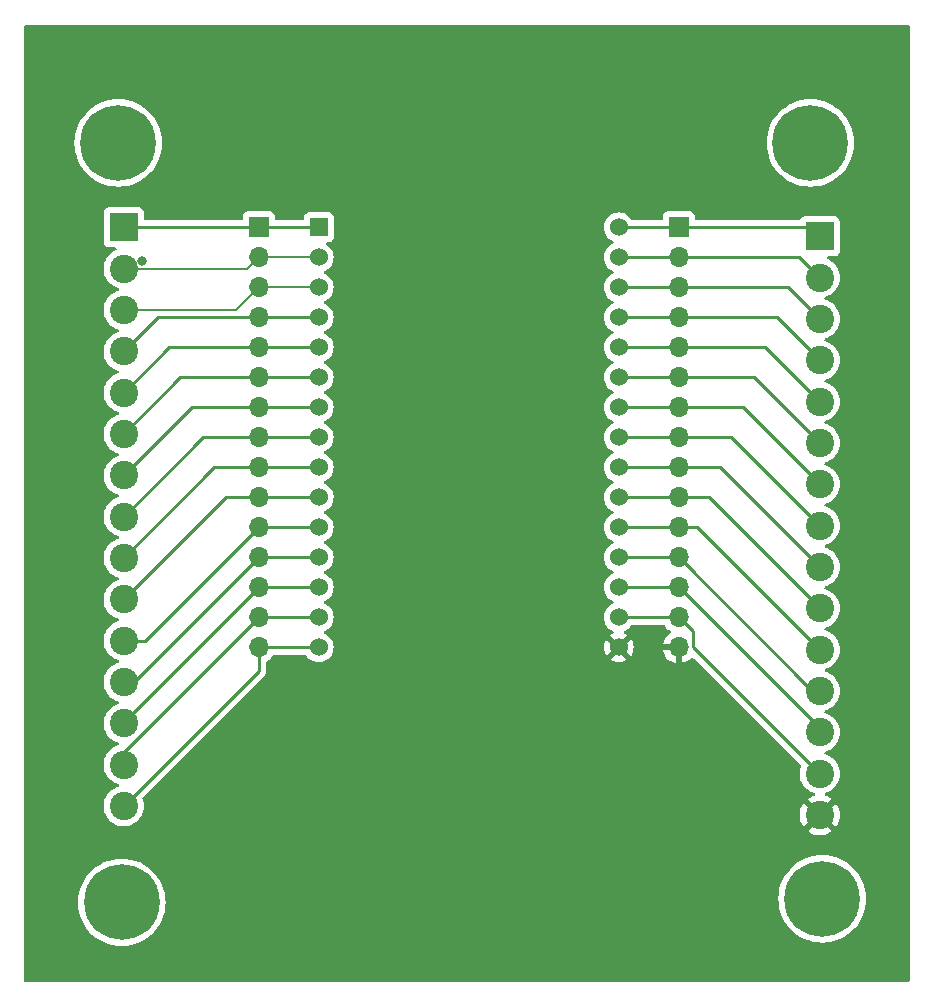
<source format=gtl>
%TF.GenerationSoftware,KiCad,Pcbnew,7.0.10-7.0.10~ubuntu22.04.1*%
%TF.CreationDate,2024-02-12T01:23:16+01:00*%
%TF.ProjectId,screw_terminal_breakout_board_esp32,73637265-775f-4746-9572-6d696e616c5f,rev?*%
%TF.SameCoordinates,Original*%
%TF.FileFunction,Copper,L1,Top*%
%TF.FilePolarity,Positive*%
%FSLAX46Y46*%
G04 Gerber Fmt 4.6, Leading zero omitted, Abs format (unit mm)*
G04 Created by KiCad (PCBNEW 7.0.10-7.0.10~ubuntu22.04.1) date 2024-02-12 01:23:16*
%MOMM*%
%LPD*%
G01*
G04 APERTURE LIST*
%TA.AperFunction,ComponentPad*%
%ADD10C,0.800000*%
%TD*%
%TA.AperFunction,ComponentPad*%
%ADD11C,6.400000*%
%TD*%
%TA.AperFunction,ComponentPad*%
%ADD12R,1.524000X1.524000*%
%TD*%
%TA.AperFunction,ComponentPad*%
%ADD13C,1.524000*%
%TD*%
%TA.AperFunction,ComponentPad*%
%ADD14C,2.400000*%
%TD*%
%TA.AperFunction,ComponentPad*%
%ADD15R,2.400000X2.400000*%
%TD*%
%TA.AperFunction,ComponentPad*%
%ADD16R,1.700000X1.700000*%
%TD*%
%TA.AperFunction,ComponentPad*%
%ADD17O,1.700000X1.700000*%
%TD*%
%TA.AperFunction,ViaPad*%
%ADD18C,0.800000*%
%TD*%
%TA.AperFunction,Conductor*%
%ADD19C,0.250000*%
%TD*%
%TA.AperFunction,Conductor*%
%ADD20C,0.200000*%
%TD*%
G04 APERTURE END LIST*
D10*
%TO.P,H4,1*%
%TO.N,N/C*%
X110080000Y-57680000D03*
X111777056Y-61777056D03*
X111777056Y-58382944D03*
X112480000Y-60080000D03*
D11*
X110080000Y-60080000D03*
D10*
X110080000Y-62480000D03*
X108382944Y-58382944D03*
X108382944Y-61777056D03*
X107680000Y-60080000D03*
%TD*%
%TO.P,H3,1*%
%TO.N,N/C*%
X168680000Y-57680000D03*
X170377056Y-61777056D03*
X170377056Y-58382944D03*
X171080000Y-60080000D03*
D11*
X168680000Y-60080000D03*
D10*
X168680000Y-62480000D03*
X166982944Y-58382944D03*
X166982944Y-61777056D03*
X166280000Y-60080000D03*
%TD*%
%TO.P,H2,1*%
%TO.N,N/C*%
X110382944Y-121982944D03*
X112080000Y-126080000D03*
X112080000Y-122685888D03*
X112782944Y-124382944D03*
D11*
X110382944Y-124382944D03*
D10*
X110382944Y-126782944D03*
X108685888Y-122685888D03*
X108685888Y-126080000D03*
X107982944Y-124382944D03*
%TD*%
%TO.P,H1,1*%
%TO.N,N/C*%
X169680000Y-121680000D03*
X171377056Y-125777056D03*
X171377056Y-122382944D03*
X172080000Y-124080000D03*
D11*
X169680000Y-124080000D03*
D10*
X169680000Y-126480000D03*
X167982944Y-122382944D03*
X167982944Y-125777056D03*
X167280000Y-124080000D03*
%TD*%
D12*
%TO.P,U1,1,EN*%
%TO.N,EN*%
X127060000Y-67220000D03*
D13*
%TO.P,U1,2,SENSOR_VP*%
%TO.N,VP*%
X127060000Y-69760000D03*
%TO.P,U1,3,SENSOR_VN*%
%TO.N,VN*%
X127060000Y-72300000D03*
%TO.P,U1,4,IO34*%
%TO.N,D34*%
X127060000Y-74840000D03*
%TO.P,U1,5,IO35*%
%TO.N,D35*%
X127060000Y-77380000D03*
%TO.P,U1,6,IO32*%
%TO.N,D32*%
X127060000Y-79920000D03*
%TO.P,U1,7,IO33*%
%TO.N,D33*%
X127060000Y-82460000D03*
%TO.P,U1,8,IO25*%
%TO.N,D25*%
X127060000Y-85000000D03*
%TO.P,U1,9,IO26*%
%TO.N,D26*%
X127060000Y-87540000D03*
%TO.P,U1,10,IO27*%
%TO.N,D27*%
X127060000Y-90080000D03*
%TO.P,U1,11,IO14*%
%TO.N,D14*%
X127060000Y-92620000D03*
%TO.P,U1,12,IO12*%
%TO.N,D12*%
X127060000Y-95160000D03*
%TO.P,U1,13,IO13*%
%TO.N,D13*%
X127060000Y-97700000D03*
%TO.P,U1,14,GND*%
%TO.N,GND*%
X127060000Y-100240000D03*
%TO.P,U1,15,VIN*%
%TO.N,VIN*%
X127060000Y-102780000D03*
%TO.P,U1,16,3V3*%
%TO.N,3V3*%
X152460000Y-102780000D03*
%TO.P,U1,17,GND*%
%TO.N,GND*%
X152460000Y-100240000D03*
%TO.P,U1,18,IO15*%
%TO.N,D15*%
X152460000Y-97700000D03*
%TO.P,U1,19,IO2*%
%TO.N,D2*%
X152460000Y-95160000D03*
%TO.P,U1,20,IO4*%
%TO.N,D4*%
X152460000Y-92620000D03*
%TO.P,U1,21,IO16*%
%TO.N,RX2*%
X152460000Y-90080000D03*
%TO.P,U1,22,IO17*%
%TO.N,TX2*%
X152460000Y-87540000D03*
%TO.P,U1,23,IO5*%
%TO.N,D5*%
X152460000Y-85000000D03*
%TO.P,U1,24,IO18*%
%TO.N,D18*%
X152460000Y-82460000D03*
%TO.P,U1,25,IO19*%
%TO.N,D19*%
X152460000Y-79920000D03*
%TO.P,U1,26,IO21*%
%TO.N,D21*%
X152460000Y-77380000D03*
%TO.P,U1,27,RXD0/IO3*%
%TO.N,RX0*%
X152460000Y-74840000D03*
%TO.P,U1,28,TXD0/IO1*%
%TO.N,TX0*%
X152460000Y-72300000D03*
%TO.P,U1,29,IO22*%
%TO.N,D22*%
X152460000Y-69760000D03*
%TO.P,U1,30,IO23*%
%TO.N,D23*%
X152460000Y-67220000D03*
%TD*%
D14*
%TO.P,J1,15,Pin_15*%
%TO.N,VIN*%
X110550000Y-116220000D03*
%TO.P,J1,14,Pin_14*%
%TO.N,GND*%
X110550000Y-112720000D03*
%TO.P,J1,13,Pin_13*%
%TO.N,D13*%
X110550000Y-109220000D03*
%TO.P,J1,12,Pin_12*%
%TO.N,D12*%
X110550000Y-105720000D03*
%TO.P,J1,11,Pin_11*%
%TO.N,D14*%
X110550000Y-102220000D03*
%TO.P,J1,10,Pin_10*%
%TO.N,D27*%
X110550000Y-98720000D03*
%TO.P,J1,9,Pin_9*%
%TO.N,D26*%
X110550000Y-95220000D03*
%TO.P,J1,8,Pin_8*%
%TO.N,D25*%
X110550000Y-91720000D03*
%TO.P,J1,7,Pin_7*%
%TO.N,D33*%
X110550000Y-88220000D03*
%TO.P,J1,6,Pin_6*%
%TO.N,D32*%
X110550000Y-84720000D03*
%TO.P,J1,5,Pin_5*%
%TO.N,D35*%
X110550000Y-81220000D03*
%TO.P,J1,4,Pin_4*%
%TO.N,D34*%
X110550000Y-77720000D03*
%TO.P,J1,3,Pin_3*%
%TO.N,VN*%
X110550000Y-74220000D03*
%TO.P,J1,2,Pin_2*%
%TO.N,VP*%
X110550000Y-70720000D03*
D15*
%TO.P,J1,1,Pin_1*%
%TO.N,EN*%
X110550000Y-67220000D03*
%TD*%
%TO.P,J2,1,Pin_1*%
%TO.N,D23*%
X169478000Y-67982000D03*
D14*
%TO.P,J2,2,Pin_2*%
%TO.N,D22*%
X169478000Y-71482000D03*
%TO.P,J2,3,Pin_3*%
%TO.N,TX0*%
X169478000Y-74982000D03*
%TO.P,J2,4,Pin_4*%
%TO.N,RX0*%
X169478000Y-78482000D03*
%TO.P,J2,5,Pin_5*%
%TO.N,D21*%
X169478000Y-81982000D03*
%TO.P,J2,6,Pin_6*%
%TO.N,D19*%
X169478000Y-85482000D03*
%TO.P,J2,7,Pin_7*%
%TO.N,D18*%
X169478000Y-88982000D03*
%TO.P,J2,8,Pin_8*%
%TO.N,D5*%
X169478000Y-92482000D03*
%TO.P,J2,9,Pin_9*%
%TO.N,TX2*%
X169478000Y-95982000D03*
%TO.P,J2,10,Pin_10*%
%TO.N,RX2*%
X169478000Y-99482000D03*
%TO.P,J2,11,Pin_11*%
%TO.N,D4*%
X169478000Y-102982000D03*
%TO.P,J2,12,Pin_12*%
%TO.N,D2*%
X169478000Y-106482000D03*
%TO.P,J2,13,Pin_13*%
%TO.N,D15*%
X169478000Y-109982000D03*
%TO.P,J2,14,Pin_14*%
%TO.N,GND*%
X169478000Y-113482000D03*
%TO.P,J2,15,Pin_15*%
%TO.N,3V3*%
X169478000Y-116982000D03*
%TD*%
D16*
%TO.P,J4,1,Pin_1*%
%TO.N,D23*%
X157540000Y-67220000D03*
D17*
%TO.P,J4,2,Pin_2*%
%TO.N,D22*%
X157540000Y-69760000D03*
%TO.P,J4,3,Pin_3*%
%TO.N,TX0*%
X157540000Y-72300000D03*
%TO.P,J4,4,Pin_4*%
%TO.N,RX0*%
X157540000Y-74840000D03*
%TO.P,J4,5,Pin_5*%
%TO.N,D21*%
X157540000Y-77380000D03*
%TO.P,J4,6,Pin_6*%
%TO.N,D19*%
X157540000Y-79920000D03*
%TO.P,J4,7,Pin_7*%
%TO.N,D18*%
X157540000Y-82460000D03*
%TO.P,J4,8,Pin_8*%
%TO.N,D5*%
X157540000Y-85000000D03*
%TO.P,J4,9,Pin_9*%
%TO.N,TX2*%
X157540000Y-87540000D03*
%TO.P,J4,10,Pin_10*%
%TO.N,RX2*%
X157540000Y-90080000D03*
%TO.P,J4,11,Pin_11*%
%TO.N,D4*%
X157540000Y-92620000D03*
%TO.P,J4,12,Pin_12*%
%TO.N,D2*%
X157540000Y-95160000D03*
%TO.P,J4,13,Pin_13*%
%TO.N,D15*%
X157540000Y-97700000D03*
%TO.P,J4,14,Pin_14*%
%TO.N,GND*%
X157540000Y-100240000D03*
%TO.P,J4,15,Pin_15*%
%TO.N,3V3*%
X157540000Y-102780000D03*
%TD*%
D16*
%TO.P,J3,1,Pin_1*%
%TO.N,EN*%
X121980000Y-67220000D03*
D17*
%TO.P,J3,2,Pin_2*%
%TO.N,VP*%
X121980000Y-69760000D03*
%TO.P,J3,3,Pin_3*%
%TO.N,VN*%
X121980000Y-72300000D03*
%TO.P,J3,4,Pin_4*%
%TO.N,D34*%
X121980000Y-74840000D03*
%TO.P,J3,5,Pin_5*%
%TO.N,D35*%
X121980000Y-77380000D03*
%TO.P,J3,6,Pin_6*%
%TO.N,D32*%
X121980000Y-79920000D03*
%TO.P,J3,7,Pin_7*%
%TO.N,D33*%
X121980000Y-82460000D03*
%TO.P,J3,8,Pin_8*%
%TO.N,D25*%
X121980000Y-85000000D03*
%TO.P,J3,9,Pin_9*%
%TO.N,D26*%
X121980000Y-87540000D03*
%TO.P,J3,10,Pin_10*%
%TO.N,D27*%
X121980000Y-90080000D03*
%TO.P,J3,11,Pin_11*%
%TO.N,D14*%
X121980000Y-92620000D03*
%TO.P,J3,12,Pin_12*%
%TO.N,D12*%
X121980000Y-95160000D03*
%TO.P,J3,13,Pin_13*%
%TO.N,D13*%
X121980000Y-97700000D03*
%TO.P,J3,14,Pin_14*%
%TO.N,GND*%
X121980000Y-100240000D03*
%TO.P,J3,15,Pin_15*%
%TO.N,VIN*%
X121980000Y-102780000D03*
%TD*%
D18*
%TO.N,VP*%
X112080000Y-70080000D03*
%TD*%
D19*
%TO.N,3V3*%
X157540000Y-102780000D02*
X157540000Y-105044000D01*
X157540000Y-105044000D02*
X169478000Y-116982000D01*
%TO.N,GND*%
X157540000Y-100240000D02*
X158715000Y-101415000D01*
X158715000Y-101415000D02*
X158715000Y-102719000D01*
X158715000Y-102719000D02*
X169478000Y-113482000D01*
X152460000Y-100240000D02*
X157540000Y-100240000D01*
%TO.N,D15*%
X157540000Y-97700000D02*
X169478000Y-109638000D01*
X169478000Y-109638000D02*
X169478000Y-109982000D01*
X152460000Y-97700000D02*
X157540000Y-97700000D01*
%TO.N,D2*%
X157540000Y-95160000D02*
X168862000Y-106482000D01*
X168862000Y-106482000D02*
X169478000Y-106482000D01*
X152460000Y-95160000D02*
X157540000Y-95160000D01*
%TO.N,D4*%
X157540000Y-92620000D02*
X159116000Y-92620000D01*
X159116000Y-92620000D02*
X169478000Y-102982000D01*
X152460000Y-92620000D02*
X157540000Y-92620000D01*
%TO.N,RX2*%
X157540000Y-90080000D02*
X160076000Y-90080000D01*
X160076000Y-90080000D02*
X169478000Y-99482000D01*
X152460000Y-90080000D02*
X157540000Y-90080000D01*
%TO.N,TX2*%
X157540000Y-87540000D02*
X161036000Y-87540000D01*
X161036000Y-87540000D02*
X169478000Y-95982000D01*
X152460000Y-87540000D02*
X157540000Y-87540000D01*
%TO.N,D5*%
X157540000Y-85000000D02*
X161996000Y-85000000D01*
X161996000Y-85000000D02*
X169478000Y-92482000D01*
X152460000Y-85000000D02*
X157540000Y-85000000D01*
%TO.N,D18*%
X157540000Y-82460000D02*
X162956000Y-82460000D01*
X162956000Y-82460000D02*
X169478000Y-88982000D01*
X152460000Y-82460000D02*
X157540000Y-82460000D01*
%TO.N,D19*%
X157540000Y-79920000D02*
X163916000Y-79920000D01*
X163916000Y-79920000D02*
X169478000Y-85482000D01*
X152460000Y-79920000D02*
X157540000Y-79920000D01*
%TO.N,D21*%
X157540000Y-77380000D02*
X164876000Y-77380000D01*
X164876000Y-77380000D02*
X169478000Y-81982000D01*
X152460000Y-77380000D02*
X157540000Y-77380000D01*
%TO.N,RX0*%
X157540000Y-74840000D02*
X165836000Y-74840000D01*
X165836000Y-74840000D02*
X169478000Y-78482000D01*
X152460000Y-74840000D02*
X157540000Y-74840000D01*
%TO.N,TX0*%
X157540000Y-72300000D02*
X166796000Y-72300000D01*
X166796000Y-72300000D02*
X169478000Y-74982000D01*
X152460000Y-72300000D02*
X157540000Y-72300000D01*
%TO.N,D22*%
X157540000Y-69760000D02*
X167756000Y-69760000D01*
X167756000Y-69760000D02*
X169478000Y-71482000D01*
X152460000Y-69760000D02*
X157540000Y-69760000D01*
%TO.N,D23*%
X157540000Y-67220000D02*
X168716000Y-67220000D01*
X168716000Y-67220000D02*
X169478000Y-67982000D01*
X152460000Y-67220000D02*
X157540000Y-67220000D01*
%TO.N,VIN*%
X121980000Y-102780000D02*
X121980000Y-104790000D01*
X121980000Y-104790000D02*
X110550000Y-116220000D01*
X127060000Y-102780000D02*
X121980000Y-102780000D01*
%TO.N,GND*%
X121980000Y-100240000D02*
X110550000Y-111670000D01*
X110550000Y-111670000D02*
X110550000Y-112720000D01*
X127060000Y-100240000D02*
X121980000Y-100240000D01*
%TO.N,D13*%
X121980000Y-97700000D02*
X110550000Y-109130000D01*
X110550000Y-109130000D02*
X110550000Y-109220000D01*
X127060000Y-97700000D02*
X121980000Y-97700000D01*
%TO.N,D12*%
X121980000Y-95160000D02*
X111420000Y-105720000D01*
X111420000Y-105720000D02*
X110550000Y-105720000D01*
X127060000Y-95160000D02*
X121980000Y-95160000D01*
%TO.N,D14*%
X121980000Y-92620000D02*
X112380000Y-102220000D01*
X112380000Y-102220000D02*
X110550000Y-102220000D01*
X127060000Y-92620000D02*
X121980000Y-92620000D01*
%TO.N,D27*%
X121980000Y-90080000D02*
X119190000Y-90080000D01*
X119190000Y-90080000D02*
X110550000Y-98720000D01*
X127060000Y-90080000D02*
X121980000Y-90080000D01*
%TO.N,D26*%
X121980000Y-87540000D02*
X118230000Y-87540000D01*
X118230000Y-87540000D02*
X110550000Y-95220000D01*
X127060000Y-87540000D02*
X121980000Y-87540000D01*
%TO.N,D25*%
X121980000Y-85000000D02*
X117270000Y-85000000D01*
X117270000Y-85000000D02*
X110550000Y-91720000D01*
X127060000Y-85000000D02*
X121980000Y-85000000D01*
%TO.N,D33*%
X121980000Y-82460000D02*
X116310000Y-82460000D01*
X116310000Y-82460000D02*
X110550000Y-88220000D01*
X127060000Y-82460000D02*
X121980000Y-82460000D01*
%TO.N,D32*%
X121980000Y-79920000D02*
X115350000Y-79920000D01*
X115350000Y-79920000D02*
X110550000Y-84720000D01*
X127060000Y-79920000D02*
X121980000Y-79920000D01*
%TO.N,D35*%
X121980000Y-77380000D02*
X114390000Y-77380000D01*
X114390000Y-77380000D02*
X110550000Y-81220000D01*
X127060000Y-77380000D02*
X121980000Y-77380000D01*
%TO.N,D34*%
X121980000Y-74840000D02*
X113430000Y-74840000D01*
X113430000Y-74840000D02*
X110550000Y-77720000D01*
X127060000Y-74840000D02*
X121980000Y-74840000D01*
D20*
%TO.N,VN*%
X127060000Y-72300000D02*
X121980000Y-72300000D01*
X110550000Y-74220000D02*
X120060000Y-74220000D01*
X120060000Y-74220000D02*
X121980000Y-72300000D01*
%TO.N,VP*%
X121980000Y-69760000D02*
X121020000Y-70720000D01*
X121020000Y-70720000D02*
X110550000Y-70720000D01*
X127060000Y-69760000D02*
X121980000Y-69760000D01*
D19*
%TO.N,EN*%
X121980000Y-67220000D02*
X110550000Y-67220000D01*
X127060000Y-67220000D02*
X121980000Y-67220000D01*
%TD*%
%TA.AperFunction,Conductor*%
%TO.N,3V3*%
G36*
X177022539Y-50100185D02*
G01*
X177068294Y-50152989D01*
X177079500Y-50204500D01*
X177079500Y-130955500D01*
X177059815Y-131022539D01*
X177007011Y-131068294D01*
X176955500Y-131079500D01*
X102204500Y-131079500D01*
X102137461Y-131059815D01*
X102091706Y-131007011D01*
X102080500Y-130955500D01*
X102080500Y-124382944D01*
X106677366Y-124382944D01*
X106697666Y-124770283D01*
X106758341Y-125153371D01*
X106758342Y-125153377D01*
X106777558Y-125225094D01*
X106858732Y-125528038D01*
X106997731Y-125890141D01*
X107173821Y-126235737D01*
X107385066Y-126561026D01*
X107385068Y-126561028D01*
X107629163Y-126862460D01*
X107903428Y-127136725D01*
X107903432Y-127136728D01*
X108204861Y-127380821D01*
X108334812Y-127465212D01*
X108530155Y-127592069D01*
X108875750Y-127768158D01*
X109237857Y-127907158D01*
X109612511Y-128007546D01*
X109995606Y-128068222D01*
X110361520Y-128087399D01*
X110382943Y-128088522D01*
X110382944Y-128088522D01*
X110382945Y-128088522D01*
X110403245Y-128087458D01*
X110770282Y-128068222D01*
X111153377Y-128007546D01*
X111528031Y-127907158D01*
X111890138Y-127768158D01*
X112235733Y-127592069D01*
X112561028Y-127380820D01*
X112862460Y-127136725D01*
X113136725Y-126862460D01*
X113380820Y-126561028D01*
X113592069Y-126235733D01*
X113768158Y-125890138D01*
X113907158Y-125528031D01*
X114007546Y-125153377D01*
X114068222Y-124770282D01*
X114088522Y-124382944D01*
X114072645Y-124080000D01*
X165974422Y-124080000D01*
X165994722Y-124467339D01*
X166055397Y-124850427D01*
X166055398Y-124850433D01*
X166136571Y-125153377D01*
X166155788Y-125225094D01*
X166294787Y-125587197D01*
X166470877Y-125932793D01*
X166682122Y-126258082D01*
X166682124Y-126258084D01*
X166926219Y-126559516D01*
X167200484Y-126833781D01*
X167368375Y-126969737D01*
X167501917Y-127077877D01*
X167592540Y-127136728D01*
X167827211Y-127289125D01*
X168172806Y-127465214D01*
X168534913Y-127604214D01*
X168909567Y-127704602D01*
X169292662Y-127765278D01*
X169658576Y-127784455D01*
X169679999Y-127785578D01*
X169680000Y-127785578D01*
X169680001Y-127785578D01*
X169700301Y-127784514D01*
X170067338Y-127765278D01*
X170450433Y-127704602D01*
X170825087Y-127604214D01*
X171187194Y-127465214D01*
X171532789Y-127289125D01*
X171858084Y-127077876D01*
X172159516Y-126833781D01*
X172433781Y-126559516D01*
X172677876Y-126258084D01*
X172889125Y-125932789D01*
X173065214Y-125587194D01*
X173204214Y-125225087D01*
X173304602Y-124850433D01*
X173365278Y-124467338D01*
X173385578Y-124080000D01*
X173365278Y-123692662D01*
X173304602Y-123309567D01*
X173204214Y-122934913D01*
X173065214Y-122572806D01*
X172889125Y-122227211D01*
X172678858Y-121903428D01*
X172677877Y-121901917D01*
X172457005Y-121629163D01*
X172433781Y-121600484D01*
X172159516Y-121326219D01*
X172125164Y-121298401D01*
X171858082Y-121082122D01*
X171532793Y-120870877D01*
X171187197Y-120694787D01*
X170825094Y-120555788D01*
X170825087Y-120555786D01*
X170450433Y-120455398D01*
X170450429Y-120455397D01*
X170450428Y-120455397D01*
X170067339Y-120394722D01*
X169680001Y-120374422D01*
X169679999Y-120374422D01*
X169292660Y-120394722D01*
X168909572Y-120455397D01*
X168909570Y-120455397D01*
X168534905Y-120555788D01*
X168172802Y-120694787D01*
X167827206Y-120870877D01*
X167501917Y-121082122D01*
X167200488Y-121326215D01*
X167200480Y-121326222D01*
X166926222Y-121600480D01*
X166926215Y-121600488D01*
X166682122Y-121901917D01*
X166470877Y-122227206D01*
X166294787Y-122572802D01*
X166155788Y-122934905D01*
X166055397Y-123309570D01*
X166055397Y-123309572D01*
X165994722Y-123692660D01*
X165974422Y-124079999D01*
X165974422Y-124080000D01*
X114072645Y-124080000D01*
X114068222Y-123995606D01*
X114007546Y-123612511D01*
X113907158Y-123237857D01*
X113768158Y-122875750D01*
X113592069Y-122530155D01*
X113380820Y-122204860D01*
X113136725Y-121903428D01*
X112862460Y-121629163D01*
X112561028Y-121385068D01*
X112561026Y-121385066D01*
X112235737Y-121173821D01*
X111890141Y-120997731D01*
X111528038Y-120858732D01*
X111528031Y-120858730D01*
X111153377Y-120758342D01*
X111153373Y-120758341D01*
X111153372Y-120758341D01*
X110770283Y-120697666D01*
X110382945Y-120677366D01*
X110382943Y-120677366D01*
X109995604Y-120697666D01*
X109612516Y-120758341D01*
X109612514Y-120758341D01*
X109237849Y-120858732D01*
X108875746Y-120997731D01*
X108530150Y-121173821D01*
X108204861Y-121385066D01*
X107903432Y-121629159D01*
X107903424Y-121629166D01*
X107629166Y-121903424D01*
X107629159Y-121903432D01*
X107385066Y-122204861D01*
X107173821Y-122530150D01*
X106997731Y-122875746D01*
X106858732Y-123237849D01*
X106758341Y-123612514D01*
X106758341Y-123612516D01*
X106697666Y-123995604D01*
X106677366Y-124382943D01*
X106677366Y-124382944D01*
X102080500Y-124382944D01*
X102080500Y-116220004D01*
X108844732Y-116220004D01*
X108863777Y-116474154D01*
X108920490Y-116722630D01*
X108920492Y-116722637D01*
X109013608Y-116959890D01*
X109040536Y-117006531D01*
X109141041Y-117180612D01*
X109299950Y-117379877D01*
X109486783Y-117553232D01*
X109697366Y-117696805D01*
X109697371Y-117696807D01*
X109697372Y-117696808D01*
X109697373Y-117696809D01*
X109819328Y-117755538D01*
X109926992Y-117807387D01*
X109926993Y-117807387D01*
X109926996Y-117807389D01*
X110170542Y-117882513D01*
X110422565Y-117920500D01*
X110677435Y-117920500D01*
X110929458Y-117882513D01*
X111173004Y-117807389D01*
X111402634Y-117696805D01*
X111613217Y-117553232D01*
X111800050Y-117379877D01*
X111958959Y-117180612D01*
X112086393Y-116959888D01*
X112179508Y-116722637D01*
X112236222Y-116474157D01*
X112255268Y-116220000D01*
X112236222Y-115965843D01*
X112179508Y-115717363D01*
X112140881Y-115618943D01*
X112134712Y-115549346D01*
X112167150Y-115487463D01*
X112168568Y-115486020D01*
X122363788Y-105290801D01*
X122376042Y-105280986D01*
X122375859Y-105280764D01*
X122381868Y-105275791D01*
X122381877Y-105275786D01*
X122427949Y-105226722D01*
X122430566Y-105224023D01*
X122450120Y-105204471D01*
X122452576Y-105201303D01*
X122460156Y-105192427D01*
X122490062Y-105160582D01*
X122499715Y-105143020D01*
X122510389Y-105126770D01*
X122522673Y-105110936D01*
X122540019Y-105070850D01*
X122545157Y-105060362D01*
X122566196Y-105022093D01*
X122566197Y-105022092D01*
X122571177Y-105002691D01*
X122577478Y-104984288D01*
X122585438Y-104965896D01*
X122592272Y-104922741D01*
X122594635Y-104911331D01*
X122605500Y-104869019D01*
X122605500Y-104848983D01*
X122607027Y-104829582D01*
X122608626Y-104819487D01*
X122610160Y-104809804D01*
X122606050Y-104766324D01*
X122605500Y-104754655D01*
X122605500Y-104055226D01*
X122625185Y-103988187D01*
X122658374Y-103953654D01*
X122851401Y-103818495D01*
X123018495Y-103651401D01*
X123153653Y-103458376D01*
X123208229Y-103414752D01*
X123255227Y-103405500D01*
X125892200Y-103405500D01*
X125959239Y-103425185D01*
X125993775Y-103458376D01*
X126089174Y-103594620D01*
X126089175Y-103594621D01*
X126245378Y-103750824D01*
X126245384Y-103750829D01*
X126426333Y-103877531D01*
X126426335Y-103877532D01*
X126426338Y-103877534D01*
X126626550Y-103970894D01*
X126839932Y-104028070D01*
X126997123Y-104041822D01*
X127059998Y-104047323D01*
X127060000Y-104047323D01*
X127060002Y-104047323D01*
X127115017Y-104042509D01*
X127280068Y-104028070D01*
X127493450Y-103970894D01*
X127693662Y-103877534D01*
X127874620Y-103750826D01*
X128030826Y-103594620D01*
X128157534Y-103413662D01*
X128250894Y-103213450D01*
X128308070Y-103000068D01*
X128327323Y-102780000D01*
X128324532Y-102748102D01*
X128318539Y-102679594D01*
X128308070Y-102559932D01*
X128250894Y-102346550D01*
X128157534Y-102146339D01*
X128030826Y-101965380D01*
X127874620Y-101809174D01*
X127874616Y-101809171D01*
X127874615Y-101809170D01*
X127693666Y-101682468D01*
X127693658Y-101682464D01*
X127564811Y-101622382D01*
X127512371Y-101576210D01*
X127493219Y-101509017D01*
X127513435Y-101442135D01*
X127564811Y-101397618D01*
X127571259Y-101394611D01*
X127693662Y-101337534D01*
X127874620Y-101210826D01*
X128030826Y-101054620D01*
X128157534Y-100873662D01*
X128250894Y-100673450D01*
X128308070Y-100460068D01*
X128327323Y-100240002D01*
X151192677Y-100240002D01*
X151211929Y-100460062D01*
X151211930Y-100460070D01*
X151269104Y-100673445D01*
X151269105Y-100673447D01*
X151269106Y-100673450D01*
X151335219Y-100815231D01*
X151362466Y-100873662D01*
X151362468Y-100873666D01*
X151489170Y-101054615D01*
X151489175Y-101054621D01*
X151645378Y-101210824D01*
X151645384Y-101210829D01*
X151826333Y-101337531D01*
X151826335Y-101337532D01*
X151826338Y-101337534D01*
X151948741Y-101394611D01*
X151955781Y-101397894D01*
X152008220Y-101444066D01*
X152027372Y-101511260D01*
X152007156Y-101578141D01*
X151955781Y-101622658D01*
X151826590Y-101682901D01*
X151761811Y-101728258D01*
X152432553Y-102399000D01*
X152428431Y-102399000D01*
X152334579Y-102414661D01*
X152222749Y-102475180D01*
X152136629Y-102568731D01*
X152085552Y-102685177D01*
X152079894Y-102753447D01*
X151408258Y-102081811D01*
X151362901Y-102146590D01*
X151269579Y-102346720D01*
X151269575Y-102346729D01*
X151212426Y-102560013D01*
X151212424Y-102560023D01*
X151193179Y-102779999D01*
X151193179Y-102780000D01*
X151212424Y-102999976D01*
X151212426Y-102999986D01*
X151269575Y-103213270D01*
X151269580Y-103213284D01*
X151362898Y-103413405D01*
X151362901Y-103413411D01*
X151408258Y-103478187D01*
X151408259Y-103478188D01*
X152075096Y-102811350D01*
X152075051Y-102811898D01*
X152106266Y-102935162D01*
X152175813Y-103041612D01*
X152276157Y-103119713D01*
X152396422Y-103161000D01*
X152432553Y-103161000D01*
X151761810Y-103831740D01*
X151826590Y-103877099D01*
X151826592Y-103877100D01*
X152026715Y-103970419D01*
X152026729Y-103970424D01*
X152240013Y-104027573D01*
X152240023Y-104027575D01*
X152459999Y-104046821D01*
X152460001Y-104046821D01*
X152679976Y-104027575D01*
X152679986Y-104027573D01*
X152893270Y-103970424D01*
X152893284Y-103970419D01*
X153093407Y-103877100D01*
X153093417Y-103877094D01*
X153158188Y-103831741D01*
X152487448Y-103161000D01*
X152491569Y-103161000D01*
X152585421Y-103145339D01*
X152697251Y-103084820D01*
X152783371Y-102991269D01*
X152834448Y-102874823D01*
X152840105Y-102806552D01*
X153511741Y-103478188D01*
X153557094Y-103413417D01*
X153557100Y-103413407D01*
X153650419Y-103213284D01*
X153650424Y-103213270D01*
X153707573Y-102999986D01*
X153707575Y-102999976D01*
X153726821Y-102780000D01*
X153726821Y-102779999D01*
X153707575Y-102560023D01*
X153707573Y-102560013D01*
X153650424Y-102346729D01*
X153650420Y-102346720D01*
X153557096Y-102146586D01*
X153511741Y-102081811D01*
X153511740Y-102081810D01*
X152844903Y-102748648D01*
X152844949Y-102748102D01*
X152813734Y-102624838D01*
X152744187Y-102518388D01*
X152643843Y-102440287D01*
X152523578Y-102399000D01*
X152487448Y-102399000D01*
X153158188Y-101728259D01*
X153158187Y-101728258D01*
X153093411Y-101682901D01*
X153093405Y-101682898D01*
X152964219Y-101622658D01*
X152911779Y-101576486D01*
X152892627Y-101509293D01*
X152912843Y-101442411D01*
X152964219Y-101397894D01*
X152971259Y-101394611D01*
X153093662Y-101337534D01*
X153274620Y-101210826D01*
X153430826Y-101054620D01*
X153526225Y-100918376D01*
X153580802Y-100874752D01*
X153627800Y-100865500D01*
X156264773Y-100865500D01*
X156331812Y-100885185D01*
X156366348Y-100918377D01*
X156501501Y-101111396D01*
X156501506Y-101111402D01*
X156668597Y-101278493D01*
X156668603Y-101278498D01*
X156752461Y-101337216D01*
X156846740Y-101403231D01*
X156854594Y-101408730D01*
X156898219Y-101463307D01*
X156905413Y-101532805D01*
X156873890Y-101595160D01*
X156854595Y-101611880D01*
X156668922Y-101741890D01*
X156668920Y-101741891D01*
X156501891Y-101908920D01*
X156501886Y-101908926D01*
X156366400Y-102102420D01*
X156366399Y-102102422D01*
X156266570Y-102316507D01*
X156266567Y-102316513D01*
X156209364Y-102529999D01*
X156209364Y-102530000D01*
X157106314Y-102530000D01*
X157080507Y-102570156D01*
X157040000Y-102708111D01*
X157040000Y-102851889D01*
X157080507Y-102989844D01*
X157106314Y-103030000D01*
X156209364Y-103030000D01*
X156266567Y-103243486D01*
X156266570Y-103243492D01*
X156366399Y-103457578D01*
X156501894Y-103651082D01*
X156668917Y-103818105D01*
X156862421Y-103953600D01*
X157076507Y-104053429D01*
X157076516Y-104053433D01*
X157290000Y-104110634D01*
X157290000Y-103215501D01*
X157397685Y-103264680D01*
X157504237Y-103280000D01*
X157575763Y-103280000D01*
X157682315Y-103264680D01*
X157790000Y-103215501D01*
X157790000Y-104110633D01*
X158003483Y-104053433D01*
X158003492Y-104053429D01*
X158217578Y-103953600D01*
X158411082Y-103818105D01*
X158581939Y-103647250D01*
X158583613Y-103648924D01*
X158633413Y-103615787D01*
X158703274Y-103614673D01*
X158757921Y-103646511D01*
X167859370Y-112747960D01*
X167892855Y-112809283D01*
X167887871Y-112878975D01*
X167887118Y-112880942D01*
X167848491Y-112979362D01*
X167791777Y-113227845D01*
X167772732Y-113481995D01*
X167772732Y-113482004D01*
X167791777Y-113736154D01*
X167791778Y-113736157D01*
X167848492Y-113984637D01*
X167941607Y-114221888D01*
X168069041Y-114442612D01*
X168227950Y-114641877D01*
X168414783Y-114815232D01*
X168625366Y-114958805D01*
X168625371Y-114958807D01*
X168625372Y-114958808D01*
X168625373Y-114958809D01*
X168747328Y-115017538D01*
X168854992Y-115069387D01*
X168854993Y-115069387D01*
X168854996Y-115069389D01*
X168998876Y-115113770D01*
X169057135Y-115152341D01*
X169085293Y-115216285D01*
X169074409Y-115285302D01*
X169027940Y-115337479D01*
X168998876Y-115350752D01*
X168855175Y-115395078D01*
X168625622Y-115505625D01*
X168625609Y-115505632D01*
X168464813Y-115615259D01*
X169268780Y-116419226D01*
X169175412Y-116457901D01*
X169050075Y-116554075D01*
X168953901Y-116679411D01*
X168915226Y-116772780D01*
X168111452Y-115969006D01*
X168069457Y-116021667D01*
X167942058Y-116242328D01*
X167848973Y-116479505D01*
X167848968Y-116479522D01*
X167792273Y-116727920D01*
X167773233Y-116981995D01*
X167773233Y-116982004D01*
X167792273Y-117236079D01*
X167848968Y-117484477D01*
X167848973Y-117484494D01*
X167942058Y-117721671D01*
X167942057Y-117721671D01*
X168069454Y-117942327D01*
X168069461Y-117942338D01*
X168111452Y-117994991D01*
X168111453Y-117994992D01*
X168915226Y-117191219D01*
X168953901Y-117284588D01*
X169050075Y-117409925D01*
X169175412Y-117506099D01*
X169268779Y-117544772D01*
X168464813Y-118348738D01*
X168625616Y-118458371D01*
X168625624Y-118458376D01*
X168855176Y-118568921D01*
X168855174Y-118568921D01*
X169098652Y-118644024D01*
X169098658Y-118644026D01*
X169350595Y-118681999D01*
X169350604Y-118682000D01*
X169605396Y-118682000D01*
X169605404Y-118681999D01*
X169857341Y-118644026D01*
X169857347Y-118644024D01*
X170100824Y-118568921D01*
X170330376Y-118458376D01*
X170330377Y-118458375D01*
X170491185Y-118348738D01*
X169687220Y-117544772D01*
X169780588Y-117506099D01*
X169905925Y-117409925D01*
X170002099Y-117284589D01*
X170040773Y-117191220D01*
X170844545Y-117994992D01*
X170844546Y-117994991D01*
X170886544Y-117942330D01*
X171013941Y-117721671D01*
X171107026Y-117484494D01*
X171107031Y-117484477D01*
X171163726Y-117236079D01*
X171182767Y-116982004D01*
X171182767Y-116981995D01*
X171163726Y-116727920D01*
X171107031Y-116479522D01*
X171107026Y-116479505D01*
X171013941Y-116242328D01*
X171013942Y-116242328D01*
X170886545Y-116021672D01*
X170844545Y-115969006D01*
X170040772Y-116772779D01*
X170002099Y-116679412D01*
X169905925Y-116554075D01*
X169780588Y-116457901D01*
X169687219Y-116419226D01*
X170491185Y-115615260D01*
X170330384Y-115505628D01*
X170330376Y-115505623D01*
X170100823Y-115395078D01*
X170100825Y-115395078D01*
X169957123Y-115350752D01*
X169898864Y-115312181D01*
X169870706Y-115248237D01*
X169881590Y-115179220D01*
X169928059Y-115127043D01*
X169957120Y-115113771D01*
X170101004Y-115069389D01*
X170330634Y-114958805D01*
X170541217Y-114815232D01*
X170728050Y-114641877D01*
X170886959Y-114442612D01*
X171014393Y-114221888D01*
X171107508Y-113984637D01*
X171164222Y-113736157D01*
X171175579Y-113584611D01*
X171183268Y-113482004D01*
X171183268Y-113481995D01*
X171164222Y-113227845D01*
X171163033Y-113222637D01*
X171107508Y-112979363D01*
X171014393Y-112742112D01*
X170886959Y-112521388D01*
X170728050Y-112322123D01*
X170541217Y-112148768D01*
X170330634Y-112005195D01*
X170330630Y-112005193D01*
X170330627Y-112005191D01*
X170330626Y-112005190D01*
X170101006Y-111894612D01*
X170101008Y-111894612D01*
X169957970Y-111850491D01*
X169899711Y-111811921D01*
X169871553Y-111747976D01*
X169882437Y-111678959D01*
X169928906Y-111626782D01*
X169957970Y-111613509D01*
X170101004Y-111569389D01*
X170282458Y-111482005D01*
X170330626Y-111458809D01*
X170330626Y-111458808D01*
X170330634Y-111458805D01*
X170541217Y-111315232D01*
X170728050Y-111141877D01*
X170886959Y-110942612D01*
X171014393Y-110721888D01*
X171107508Y-110484637D01*
X171164222Y-110236157D01*
X171183268Y-109982000D01*
X171164222Y-109727843D01*
X171107508Y-109479363D01*
X171014393Y-109242112D01*
X170886959Y-109021388D01*
X170728050Y-108822123D01*
X170541217Y-108648768D01*
X170330634Y-108505195D01*
X170330630Y-108505193D01*
X170330627Y-108505191D01*
X170330626Y-108505190D01*
X170101006Y-108394612D01*
X170101008Y-108394612D01*
X169957970Y-108350491D01*
X169899711Y-108311921D01*
X169871553Y-108247976D01*
X169882437Y-108178959D01*
X169928906Y-108126782D01*
X169957970Y-108113509D01*
X170101004Y-108069389D01*
X170330634Y-107958805D01*
X170541217Y-107815232D01*
X170728050Y-107641877D01*
X170886959Y-107442612D01*
X171014393Y-107221888D01*
X171107508Y-106984637D01*
X171164222Y-106736157D01*
X171172384Y-106627232D01*
X171183268Y-106482004D01*
X171183268Y-106481995D01*
X171164222Y-106227845D01*
X171163033Y-106222637D01*
X171107508Y-105979363D01*
X171014393Y-105742112D01*
X170886959Y-105521388D01*
X170728050Y-105322123D01*
X170541217Y-105148768D01*
X170330634Y-105005195D01*
X170330630Y-105005193D01*
X170330627Y-105005191D01*
X170330626Y-105005190D01*
X170101006Y-104894612D01*
X170101008Y-104894612D01*
X169957970Y-104850491D01*
X169899711Y-104811921D01*
X169871553Y-104747976D01*
X169882437Y-104678959D01*
X169928906Y-104626782D01*
X169957970Y-104613509D01*
X170101004Y-104569389D01*
X170330634Y-104458805D01*
X170541217Y-104315232D01*
X170728050Y-104141877D01*
X170886959Y-103942612D01*
X171014393Y-103721888D01*
X171107508Y-103484637D01*
X171164222Y-103236157D01*
X171180764Y-103015413D01*
X171183268Y-102982004D01*
X171183268Y-102981995D01*
X171168131Y-102780002D01*
X171164222Y-102727843D01*
X171107508Y-102479363D01*
X171014393Y-102242112D01*
X170886959Y-102021388D01*
X170728050Y-101822123D01*
X170541217Y-101648768D01*
X170330634Y-101505195D01*
X170330630Y-101505193D01*
X170330627Y-101505191D01*
X170330626Y-101505190D01*
X170101006Y-101394612D01*
X170101008Y-101394612D01*
X169957970Y-101350491D01*
X169899711Y-101311921D01*
X169871553Y-101247976D01*
X169882437Y-101178959D01*
X169928906Y-101126782D01*
X169957970Y-101113509D01*
X170101004Y-101069389D01*
X170330634Y-100958805D01*
X170541217Y-100815232D01*
X170728050Y-100641877D01*
X170886959Y-100442612D01*
X171014393Y-100221888D01*
X171107508Y-99984637D01*
X171164222Y-99736157D01*
X171183268Y-99482000D01*
X171164222Y-99227843D01*
X171107508Y-98979363D01*
X171014393Y-98742112D01*
X170886959Y-98521388D01*
X170728050Y-98322123D01*
X170541217Y-98148768D01*
X170330634Y-98005195D01*
X170330630Y-98005193D01*
X170330627Y-98005191D01*
X170330626Y-98005190D01*
X170101006Y-97894612D01*
X170101008Y-97894612D01*
X169957970Y-97850491D01*
X169899711Y-97811921D01*
X169871553Y-97747976D01*
X169882437Y-97678959D01*
X169928906Y-97626782D01*
X169957970Y-97613509D01*
X170101004Y-97569389D01*
X170330634Y-97458805D01*
X170541217Y-97315232D01*
X170728050Y-97141877D01*
X170886959Y-96942612D01*
X171014393Y-96721888D01*
X171107508Y-96484637D01*
X171164222Y-96236157D01*
X171179566Y-96031401D01*
X171183268Y-95982004D01*
X171183268Y-95981995D01*
X171164222Y-95727845D01*
X171163033Y-95722637D01*
X171107508Y-95479363D01*
X171014393Y-95242112D01*
X170886959Y-95021388D01*
X170728050Y-94822123D01*
X170541217Y-94648768D01*
X170330634Y-94505195D01*
X170330630Y-94505193D01*
X170330627Y-94505191D01*
X170330626Y-94505190D01*
X170101006Y-94394612D01*
X170101008Y-94394612D01*
X169957970Y-94350491D01*
X169899711Y-94311921D01*
X169871553Y-94247976D01*
X169882437Y-94178959D01*
X169928906Y-94126782D01*
X169957970Y-94113509D01*
X170101004Y-94069389D01*
X170330634Y-93958805D01*
X170541217Y-93815232D01*
X170728050Y-93641877D01*
X170886959Y-93442612D01*
X171014393Y-93221888D01*
X171107508Y-92984637D01*
X171164222Y-92736157D01*
X171175579Y-92584611D01*
X171183268Y-92482004D01*
X171183268Y-92481995D01*
X171164222Y-92227845D01*
X171163033Y-92222637D01*
X171107508Y-91979363D01*
X171014393Y-91742112D01*
X170886959Y-91521388D01*
X170728050Y-91322123D01*
X170541217Y-91148768D01*
X170330634Y-91005195D01*
X170330630Y-91005193D01*
X170330627Y-91005191D01*
X170330626Y-91005190D01*
X170101006Y-90894612D01*
X170101008Y-90894612D01*
X169957970Y-90850491D01*
X169899711Y-90811921D01*
X169871553Y-90747976D01*
X169882437Y-90678959D01*
X169928906Y-90626782D01*
X169957970Y-90613509D01*
X170101004Y-90569389D01*
X170330634Y-90458805D01*
X170541217Y-90315232D01*
X170728050Y-90141877D01*
X170886959Y-89942612D01*
X171014393Y-89721888D01*
X171107508Y-89484637D01*
X171164222Y-89236157D01*
X171178809Y-89041501D01*
X171183268Y-88982004D01*
X171183268Y-88981995D01*
X171165293Y-88742135D01*
X171164222Y-88727843D01*
X171107508Y-88479363D01*
X171014393Y-88242112D01*
X170886959Y-88021388D01*
X170728050Y-87822123D01*
X170541217Y-87648768D01*
X170330634Y-87505195D01*
X170330630Y-87505193D01*
X170330627Y-87505191D01*
X170330626Y-87505190D01*
X170101006Y-87394612D01*
X170101008Y-87394612D01*
X169957970Y-87350491D01*
X169899711Y-87311921D01*
X169871553Y-87247976D01*
X169882437Y-87178959D01*
X169928906Y-87126782D01*
X169957970Y-87113509D01*
X170101004Y-87069389D01*
X170330634Y-86958805D01*
X170541217Y-86815232D01*
X170728050Y-86641877D01*
X170886959Y-86442612D01*
X171014393Y-86221888D01*
X171107508Y-85984637D01*
X171164222Y-85736157D01*
X171175579Y-85584611D01*
X171183268Y-85482004D01*
X171183268Y-85481995D01*
X171164222Y-85227845D01*
X171163033Y-85222637D01*
X171107508Y-84979363D01*
X171014393Y-84742112D01*
X170886959Y-84521388D01*
X170728050Y-84322123D01*
X170541217Y-84148768D01*
X170330634Y-84005195D01*
X170330630Y-84005193D01*
X170330627Y-84005191D01*
X170330626Y-84005190D01*
X170101006Y-83894612D01*
X170101008Y-83894612D01*
X169957970Y-83850491D01*
X169899711Y-83811921D01*
X169871553Y-83747976D01*
X169882437Y-83678959D01*
X169928906Y-83626782D01*
X169957970Y-83613509D01*
X170101004Y-83569389D01*
X170330634Y-83458805D01*
X170541217Y-83315232D01*
X170728050Y-83141877D01*
X170886959Y-82942612D01*
X171014393Y-82721888D01*
X171107508Y-82484637D01*
X171164222Y-82236157D01*
X171172441Y-82126484D01*
X171183268Y-81982004D01*
X171183268Y-81981995D01*
X171164222Y-81727845D01*
X171163033Y-81722637D01*
X171107508Y-81479363D01*
X171014393Y-81242112D01*
X170886959Y-81021388D01*
X170728050Y-80822123D01*
X170541217Y-80648768D01*
X170330634Y-80505195D01*
X170330630Y-80505193D01*
X170330627Y-80505191D01*
X170330626Y-80505190D01*
X170101006Y-80394612D01*
X170101008Y-80394612D01*
X169990704Y-80360588D01*
X169957969Y-80350490D01*
X169899711Y-80311921D01*
X169871553Y-80247976D01*
X169882437Y-80178959D01*
X169928906Y-80126782D01*
X169957970Y-80113509D01*
X170101004Y-80069389D01*
X170330634Y-79958805D01*
X170541217Y-79815232D01*
X170728050Y-79641877D01*
X170886959Y-79442612D01*
X171014393Y-79221888D01*
X171107508Y-78984637D01*
X171164222Y-78736157D01*
X171174200Y-78603002D01*
X171183268Y-78482004D01*
X171183268Y-78481995D01*
X171164222Y-78227845D01*
X171163033Y-78222637D01*
X171107508Y-77979363D01*
X171014393Y-77742112D01*
X170886959Y-77521388D01*
X170728050Y-77322123D01*
X170541217Y-77148768D01*
X170330634Y-77005195D01*
X170330630Y-77005193D01*
X170330627Y-77005191D01*
X170330626Y-77005190D01*
X170101006Y-76894612D01*
X170101008Y-76894612D01*
X169990704Y-76860588D01*
X169957969Y-76850490D01*
X169899711Y-76811921D01*
X169871553Y-76747976D01*
X169882437Y-76678959D01*
X169928906Y-76626782D01*
X169957970Y-76613509D01*
X170101004Y-76569389D01*
X170330634Y-76458805D01*
X170541217Y-76315232D01*
X170728050Y-76141877D01*
X170886959Y-75942612D01*
X171014393Y-75721888D01*
X171107508Y-75484637D01*
X171164222Y-75236157D01*
X171183268Y-74982000D01*
X171164222Y-74727843D01*
X171107508Y-74479363D01*
X171014393Y-74242112D01*
X170886959Y-74021388D01*
X170728050Y-73822123D01*
X170541217Y-73648768D01*
X170330634Y-73505195D01*
X170330630Y-73505193D01*
X170330627Y-73505191D01*
X170330626Y-73505190D01*
X170101006Y-73394612D01*
X170101008Y-73394612D01*
X169957970Y-73350491D01*
X169899711Y-73311921D01*
X169871553Y-73247976D01*
X169882437Y-73178959D01*
X169928906Y-73126782D01*
X169957970Y-73113509D01*
X170101004Y-73069389D01*
X170303029Y-72972099D01*
X170330626Y-72958809D01*
X170330626Y-72958808D01*
X170330634Y-72958805D01*
X170541217Y-72815232D01*
X170728050Y-72641877D01*
X170886959Y-72442612D01*
X171014393Y-72221888D01*
X171107508Y-71984637D01*
X171164222Y-71736157D01*
X171172805Y-71621623D01*
X171183268Y-71482004D01*
X171183268Y-71481995D01*
X171166745Y-71261506D01*
X171164222Y-71227843D01*
X171107508Y-70979363D01*
X171014393Y-70742112D01*
X170886959Y-70521388D01*
X170728050Y-70322123D01*
X170541217Y-70148768D01*
X170330634Y-70005195D01*
X170330630Y-70005193D01*
X170330627Y-70005191D01*
X170330625Y-70005190D01*
X170150027Y-69918219D01*
X170098167Y-69871397D01*
X170079854Y-69803970D01*
X170100902Y-69737346D01*
X170154628Y-69692677D01*
X170203828Y-69682499D01*
X170725871Y-69682499D01*
X170725872Y-69682499D01*
X170785483Y-69676091D01*
X170920331Y-69625796D01*
X171035546Y-69539546D01*
X171121796Y-69424331D01*
X171172091Y-69289483D01*
X171178500Y-69229873D01*
X171178499Y-66734128D01*
X171172091Y-66674517D01*
X171139202Y-66586338D01*
X171121797Y-66539671D01*
X171121793Y-66539664D01*
X171035547Y-66424455D01*
X171035544Y-66424452D01*
X170920335Y-66338206D01*
X170920328Y-66338202D01*
X170785482Y-66287908D01*
X170785483Y-66287908D01*
X170725883Y-66281501D01*
X170725881Y-66281500D01*
X170725873Y-66281500D01*
X170725864Y-66281500D01*
X168230129Y-66281500D01*
X168230123Y-66281501D01*
X168170516Y-66287908D01*
X168035671Y-66338202D01*
X168035664Y-66338206D01*
X167920456Y-66424452D01*
X167920455Y-66424453D01*
X167920454Y-66424454D01*
X167885984Y-66470500D01*
X167830355Y-66544811D01*
X167774421Y-66586682D01*
X167731088Y-66594500D01*
X159014499Y-66594500D01*
X158947460Y-66574815D01*
X158901705Y-66522011D01*
X158890499Y-66470500D01*
X158890499Y-66322129D01*
X158890498Y-66322123D01*
X158890497Y-66322116D01*
X158884091Y-66262517D01*
X158879114Y-66249174D01*
X158833797Y-66127671D01*
X158833793Y-66127664D01*
X158747547Y-66012455D01*
X158747544Y-66012452D01*
X158632335Y-65926206D01*
X158632328Y-65926202D01*
X158497482Y-65875908D01*
X158497483Y-65875908D01*
X158437883Y-65869501D01*
X158437881Y-65869500D01*
X158437873Y-65869500D01*
X158437864Y-65869500D01*
X156642129Y-65869500D01*
X156642123Y-65869501D01*
X156582516Y-65875908D01*
X156447671Y-65926202D01*
X156447664Y-65926206D01*
X156332455Y-66012452D01*
X156332452Y-66012455D01*
X156246206Y-66127664D01*
X156246202Y-66127671D01*
X156195908Y-66262517D01*
X156189501Y-66322116D01*
X156189501Y-66322123D01*
X156189500Y-66322135D01*
X156189500Y-66470500D01*
X156169815Y-66537539D01*
X156117011Y-66583294D01*
X156065500Y-66594500D01*
X153627799Y-66594500D01*
X153560760Y-66574815D01*
X153526224Y-66541623D01*
X153430827Y-66405381D01*
X153363648Y-66338202D01*
X153274620Y-66249174D01*
X153274616Y-66249171D01*
X153274615Y-66249170D01*
X153093666Y-66122468D01*
X153093662Y-66122466D01*
X153046457Y-66100454D01*
X152893450Y-66029106D01*
X152893447Y-66029105D01*
X152893445Y-66029104D01*
X152680070Y-65971930D01*
X152680062Y-65971929D01*
X152460002Y-65952677D01*
X152459998Y-65952677D01*
X152239937Y-65971929D01*
X152239929Y-65971930D01*
X152026554Y-66029104D01*
X152026548Y-66029107D01*
X151826340Y-66122465D01*
X151826338Y-66122466D01*
X151645377Y-66249175D01*
X151489175Y-66405377D01*
X151362466Y-66586338D01*
X151362465Y-66586340D01*
X151269107Y-66786548D01*
X151269104Y-66786554D01*
X151211930Y-66999929D01*
X151211929Y-66999937D01*
X151192677Y-67219997D01*
X151192677Y-67220002D01*
X151211929Y-67440062D01*
X151211930Y-67440070D01*
X151269104Y-67653445D01*
X151269105Y-67653447D01*
X151269106Y-67653450D01*
X151358660Y-67845500D01*
X151362466Y-67853662D01*
X151362468Y-67853666D01*
X151489170Y-68034615D01*
X151489175Y-68034621D01*
X151645378Y-68190824D01*
X151645384Y-68190829D01*
X151826333Y-68317531D01*
X151826335Y-68317532D01*
X151826338Y-68317534D01*
X151945748Y-68373215D01*
X151955189Y-68377618D01*
X152007628Y-68423790D01*
X152026780Y-68490984D01*
X152006564Y-68557865D01*
X151955189Y-68602382D01*
X151826340Y-68662465D01*
X151826338Y-68662466D01*
X151645377Y-68789175D01*
X151489175Y-68945377D01*
X151362466Y-69126338D01*
X151362465Y-69126340D01*
X151269107Y-69326548D01*
X151269104Y-69326554D01*
X151211930Y-69539929D01*
X151211929Y-69539937D01*
X151192677Y-69759997D01*
X151192677Y-69760002D01*
X151211929Y-69980062D01*
X151211930Y-69980070D01*
X151269104Y-70193445D01*
X151269105Y-70193447D01*
X151269106Y-70193450D01*
X151280257Y-70217363D01*
X151362466Y-70393662D01*
X151362468Y-70393666D01*
X151489170Y-70574615D01*
X151489175Y-70574621D01*
X151645378Y-70730824D01*
X151645384Y-70730829D01*
X151826333Y-70857531D01*
X151826335Y-70857532D01*
X151826338Y-70857534D01*
X151872319Y-70878975D01*
X151955189Y-70917618D01*
X152007628Y-70963790D01*
X152026780Y-71030984D01*
X152006564Y-71097865D01*
X151955189Y-71142382D01*
X151826340Y-71202465D01*
X151826338Y-71202466D01*
X151645377Y-71329175D01*
X151489175Y-71485377D01*
X151362466Y-71666338D01*
X151362465Y-71666340D01*
X151269107Y-71866548D01*
X151269104Y-71866554D01*
X151211930Y-72079929D01*
X151211929Y-72079937D01*
X151192677Y-72299997D01*
X151192677Y-72300002D01*
X151211929Y-72520062D01*
X151211930Y-72520070D01*
X151269104Y-72733445D01*
X151269105Y-72733447D01*
X151269106Y-72733450D01*
X151340599Y-72886768D01*
X151362466Y-72933662D01*
X151362468Y-72933666D01*
X151489170Y-73114615D01*
X151489175Y-73114621D01*
X151645378Y-73270824D01*
X151645384Y-73270829D01*
X151826333Y-73397531D01*
X151826335Y-73397532D01*
X151826338Y-73397534D01*
X151875690Y-73420547D01*
X151955189Y-73457618D01*
X152007628Y-73503790D01*
X152026780Y-73570984D01*
X152006564Y-73637865D01*
X151955189Y-73682382D01*
X151826340Y-73742465D01*
X151826338Y-73742466D01*
X151645377Y-73869175D01*
X151489175Y-74025377D01*
X151362466Y-74206338D01*
X151362465Y-74206340D01*
X151269107Y-74406548D01*
X151269104Y-74406554D01*
X151211930Y-74619929D01*
X151211929Y-74619937D01*
X151192677Y-74839997D01*
X151192677Y-74840002D01*
X151211929Y-75060062D01*
X151211930Y-75060070D01*
X151269104Y-75273445D01*
X151269105Y-75273447D01*
X151269106Y-75273450D01*
X151318733Y-75379876D01*
X151362466Y-75473662D01*
X151362468Y-75473666D01*
X151489170Y-75654615D01*
X151489175Y-75654621D01*
X151645378Y-75810824D01*
X151645384Y-75810829D01*
X151826333Y-75937531D01*
X151826335Y-75937532D01*
X151826338Y-75937534D01*
X151930223Y-75985976D01*
X151955189Y-75997618D01*
X152007628Y-76043790D01*
X152026780Y-76110984D01*
X152006564Y-76177865D01*
X151955189Y-76222382D01*
X151826340Y-76282465D01*
X151826338Y-76282466D01*
X151645377Y-76409175D01*
X151489175Y-76565377D01*
X151362466Y-76746338D01*
X151362465Y-76746340D01*
X151269107Y-76946548D01*
X151269104Y-76946554D01*
X151211930Y-77159929D01*
X151211929Y-77159937D01*
X151192677Y-77379997D01*
X151192677Y-77380002D01*
X151211929Y-77600062D01*
X151211930Y-77600070D01*
X151269104Y-77813445D01*
X151269105Y-77813447D01*
X151269106Y-77813450D01*
X151299661Y-77878975D01*
X151362466Y-78013662D01*
X151362468Y-78013666D01*
X151489170Y-78194615D01*
X151489175Y-78194621D01*
X151645378Y-78350824D01*
X151645384Y-78350829D01*
X151826333Y-78477531D01*
X151826335Y-78477532D01*
X151826338Y-78477534D01*
X151915580Y-78519148D01*
X151955189Y-78537618D01*
X152007628Y-78583790D01*
X152026780Y-78650984D01*
X152006564Y-78717865D01*
X151955189Y-78762382D01*
X151826340Y-78822465D01*
X151826338Y-78822466D01*
X151645377Y-78949175D01*
X151489175Y-79105377D01*
X151362466Y-79286338D01*
X151362465Y-79286340D01*
X151269107Y-79486548D01*
X151269104Y-79486554D01*
X151211930Y-79699929D01*
X151211929Y-79699937D01*
X151192677Y-79919997D01*
X151192677Y-79920002D01*
X151211929Y-80140062D01*
X151211930Y-80140070D01*
X151269104Y-80353445D01*
X151269105Y-80353447D01*
X151269106Y-80353450D01*
X151339863Y-80505190D01*
X151362466Y-80553662D01*
X151362468Y-80553666D01*
X151489170Y-80734615D01*
X151489175Y-80734621D01*
X151645378Y-80890824D01*
X151645384Y-80890829D01*
X151826333Y-81017531D01*
X151826335Y-81017532D01*
X151826338Y-81017534D01*
X151945748Y-81073215D01*
X151955189Y-81077618D01*
X152007628Y-81123790D01*
X152026780Y-81190984D01*
X152006564Y-81257865D01*
X151955189Y-81302382D01*
X151826340Y-81362465D01*
X151826338Y-81362466D01*
X151645377Y-81489175D01*
X151489175Y-81645377D01*
X151362466Y-81826338D01*
X151362465Y-81826340D01*
X151269107Y-82026548D01*
X151269104Y-82026554D01*
X151211930Y-82239929D01*
X151211929Y-82239937D01*
X151192677Y-82459997D01*
X151192677Y-82460002D01*
X151211929Y-82680062D01*
X151211930Y-82680070D01*
X151269104Y-82893445D01*
X151269105Y-82893447D01*
X151269106Y-82893450D01*
X151358660Y-83085500D01*
X151362466Y-83093662D01*
X151362468Y-83093666D01*
X151489170Y-83274615D01*
X151489175Y-83274621D01*
X151645378Y-83430824D01*
X151645384Y-83430829D01*
X151826333Y-83557531D01*
X151826335Y-83557532D01*
X151826338Y-83557534D01*
X151870657Y-83578200D01*
X151955189Y-83617618D01*
X152007628Y-83663790D01*
X152026780Y-83730984D01*
X152006564Y-83797865D01*
X151955189Y-83842382D01*
X151826340Y-83902465D01*
X151826338Y-83902466D01*
X151645377Y-84029175D01*
X151489175Y-84185377D01*
X151362466Y-84366338D01*
X151362465Y-84366340D01*
X151269107Y-84566548D01*
X151269104Y-84566554D01*
X151211930Y-84779929D01*
X151211929Y-84779937D01*
X151192677Y-84999997D01*
X151192677Y-85000002D01*
X151211929Y-85220062D01*
X151211930Y-85220070D01*
X151269104Y-85433445D01*
X151269105Y-85433447D01*
X151269106Y-85433450D01*
X151291747Y-85482004D01*
X151362466Y-85633662D01*
X151362468Y-85633666D01*
X151489170Y-85814615D01*
X151489175Y-85814621D01*
X151645378Y-85970824D01*
X151645384Y-85970829D01*
X151826333Y-86097531D01*
X151826335Y-86097532D01*
X151826338Y-86097534D01*
X151945748Y-86153215D01*
X151955189Y-86157618D01*
X152007628Y-86203790D01*
X152026780Y-86270984D01*
X152006564Y-86337865D01*
X151955189Y-86382382D01*
X151826340Y-86442465D01*
X151826338Y-86442466D01*
X151645377Y-86569175D01*
X151489175Y-86725377D01*
X151362466Y-86906338D01*
X151362465Y-86906340D01*
X151269107Y-87106548D01*
X151269104Y-87106554D01*
X151211930Y-87319929D01*
X151211929Y-87319937D01*
X151192677Y-87539997D01*
X151192677Y-87540002D01*
X151211929Y-87760062D01*
X151211930Y-87760070D01*
X151269104Y-87973445D01*
X151269105Y-87973447D01*
X151269106Y-87973450D01*
X151291460Y-88021388D01*
X151362466Y-88173662D01*
X151362468Y-88173666D01*
X151489170Y-88354615D01*
X151489175Y-88354621D01*
X151645378Y-88510824D01*
X151645384Y-88510829D01*
X151826333Y-88637531D01*
X151826335Y-88637532D01*
X151826338Y-88637534D01*
X151945748Y-88693215D01*
X151955189Y-88697618D01*
X152007628Y-88743790D01*
X152026780Y-88810984D01*
X152006564Y-88877865D01*
X151955189Y-88922382D01*
X151826340Y-88982465D01*
X151826338Y-88982466D01*
X151645377Y-89109175D01*
X151489175Y-89265377D01*
X151362466Y-89446338D01*
X151362465Y-89446340D01*
X151269107Y-89646548D01*
X151269104Y-89646554D01*
X151211930Y-89859929D01*
X151211929Y-89859937D01*
X151192677Y-90079997D01*
X151192677Y-90080002D01*
X151211929Y-90300062D01*
X151211930Y-90300070D01*
X151269104Y-90513445D01*
X151269105Y-90513447D01*
X151269106Y-90513450D01*
X151331797Y-90647892D01*
X151362466Y-90713662D01*
X151362468Y-90713666D01*
X151489170Y-90894615D01*
X151489175Y-90894621D01*
X151645378Y-91050824D01*
X151645384Y-91050829D01*
X151826333Y-91177531D01*
X151826335Y-91177532D01*
X151826338Y-91177534D01*
X151911750Y-91217362D01*
X151955189Y-91237618D01*
X152007628Y-91283790D01*
X152026780Y-91350984D01*
X152006564Y-91417865D01*
X151955189Y-91462382D01*
X151826340Y-91522465D01*
X151826338Y-91522466D01*
X151645377Y-91649175D01*
X151489175Y-91805377D01*
X151362466Y-91986338D01*
X151362465Y-91986340D01*
X151269107Y-92186548D01*
X151269104Y-92186554D01*
X151211930Y-92399929D01*
X151211929Y-92399937D01*
X151192677Y-92619997D01*
X151192677Y-92620002D01*
X151211929Y-92840062D01*
X151211930Y-92840070D01*
X151269104Y-93053445D01*
X151269105Y-93053447D01*
X151269106Y-93053450D01*
X151358660Y-93245500D01*
X151362466Y-93253662D01*
X151362468Y-93253666D01*
X151489170Y-93434615D01*
X151489175Y-93434621D01*
X151645378Y-93590824D01*
X151645384Y-93590829D01*
X151826333Y-93717531D01*
X151826335Y-93717532D01*
X151826338Y-93717534D01*
X151945748Y-93773215D01*
X151955189Y-93777618D01*
X152007628Y-93823790D01*
X152026780Y-93890984D01*
X152006564Y-93957865D01*
X151955189Y-94002382D01*
X151826340Y-94062465D01*
X151826338Y-94062466D01*
X151645377Y-94189175D01*
X151489175Y-94345377D01*
X151362466Y-94526338D01*
X151362465Y-94526340D01*
X151269107Y-94726548D01*
X151269104Y-94726554D01*
X151211930Y-94939929D01*
X151211929Y-94939937D01*
X151192677Y-95159997D01*
X151192677Y-95160002D01*
X151211929Y-95380062D01*
X151211930Y-95380070D01*
X151269104Y-95593445D01*
X151269105Y-95593447D01*
X151269106Y-95593450D01*
X151329347Y-95722637D01*
X151362466Y-95793662D01*
X151362468Y-95793666D01*
X151489170Y-95974615D01*
X151489175Y-95974621D01*
X151645378Y-96130824D01*
X151645384Y-96130829D01*
X151826333Y-96257531D01*
X151826335Y-96257532D01*
X151826338Y-96257534D01*
X151945748Y-96313215D01*
X151955189Y-96317618D01*
X152007628Y-96363790D01*
X152026780Y-96430984D01*
X152006564Y-96497865D01*
X151955189Y-96542382D01*
X151826340Y-96602465D01*
X151826338Y-96602466D01*
X151645377Y-96729175D01*
X151489175Y-96885377D01*
X151362466Y-97066338D01*
X151362465Y-97066340D01*
X151269107Y-97266548D01*
X151269104Y-97266554D01*
X151211930Y-97479929D01*
X151211929Y-97479937D01*
X151192677Y-97699997D01*
X151192677Y-97700002D01*
X151211929Y-97920062D01*
X151211930Y-97920070D01*
X151269104Y-98133445D01*
X151269105Y-98133447D01*
X151269106Y-98133450D01*
X151357084Y-98322121D01*
X151362466Y-98333662D01*
X151362468Y-98333666D01*
X151489170Y-98514615D01*
X151489175Y-98514621D01*
X151645378Y-98670824D01*
X151645384Y-98670829D01*
X151826333Y-98797531D01*
X151826335Y-98797532D01*
X151826338Y-98797534D01*
X151945748Y-98853215D01*
X151955189Y-98857618D01*
X152007628Y-98903790D01*
X152026780Y-98970984D01*
X152006564Y-99037865D01*
X151955189Y-99082382D01*
X151826340Y-99142465D01*
X151826338Y-99142466D01*
X151645377Y-99269175D01*
X151489175Y-99425377D01*
X151362466Y-99606338D01*
X151362465Y-99606340D01*
X151269107Y-99806548D01*
X151269104Y-99806554D01*
X151211930Y-100019929D01*
X151211929Y-100019937D01*
X151192677Y-100239997D01*
X151192677Y-100240002D01*
X128327323Y-100240002D01*
X128327323Y-100240000D01*
X128327274Y-100239445D01*
X128317421Y-100126817D01*
X128308070Y-100019932D01*
X128250894Y-99806550D01*
X128157534Y-99606339D01*
X128070474Y-99482004D01*
X128030827Y-99425381D01*
X127974043Y-99368597D01*
X127874620Y-99269174D01*
X127874616Y-99269171D01*
X127874615Y-99269170D01*
X127693666Y-99142468D01*
X127693658Y-99142464D01*
X127564811Y-99082382D01*
X127512371Y-99036210D01*
X127493219Y-98969017D01*
X127513435Y-98902135D01*
X127564811Y-98857618D01*
X127570802Y-98854824D01*
X127693662Y-98797534D01*
X127874620Y-98670826D01*
X128030826Y-98514620D01*
X128157534Y-98333662D01*
X128250894Y-98133450D01*
X128308070Y-97920068D01*
X128327323Y-97700000D01*
X128327274Y-97699445D01*
X128317421Y-97586817D01*
X128308070Y-97479932D01*
X128250894Y-97266550D01*
X128157534Y-97066339D01*
X128078891Y-96954024D01*
X128030827Y-96885381D01*
X127952833Y-96807387D01*
X127874620Y-96729174D01*
X127874616Y-96729171D01*
X127874615Y-96729170D01*
X127693666Y-96602468D01*
X127693658Y-96602464D01*
X127564811Y-96542382D01*
X127512371Y-96496210D01*
X127493219Y-96429017D01*
X127513435Y-96362135D01*
X127564811Y-96317618D01*
X127570802Y-96314824D01*
X127693662Y-96257534D01*
X127874620Y-96130826D01*
X128030826Y-95974620D01*
X128157534Y-95793662D01*
X128250894Y-95593450D01*
X128308070Y-95380068D01*
X128327323Y-95160000D01*
X128308070Y-94939932D01*
X128250894Y-94726550D01*
X128157534Y-94526339D01*
X128083458Y-94420547D01*
X128030827Y-94345381D01*
X127966946Y-94281500D01*
X127874620Y-94189174D01*
X127874616Y-94189171D01*
X127874615Y-94189170D01*
X127693666Y-94062468D01*
X127693658Y-94062464D01*
X127564811Y-94002382D01*
X127512371Y-93956210D01*
X127493219Y-93889017D01*
X127513435Y-93822135D01*
X127564811Y-93777618D01*
X127570802Y-93774824D01*
X127693662Y-93717534D01*
X127874620Y-93590826D01*
X128030826Y-93434620D01*
X128157534Y-93253662D01*
X128250894Y-93053450D01*
X128308070Y-92840068D01*
X128327323Y-92620000D01*
X128308070Y-92399932D01*
X128250894Y-92186550D01*
X128157534Y-91986339D01*
X128082359Y-91878977D01*
X128030827Y-91805381D01*
X127967555Y-91742109D01*
X127874620Y-91649174D01*
X127874616Y-91649171D01*
X127874615Y-91649170D01*
X127693666Y-91522468D01*
X127693658Y-91522464D01*
X127564811Y-91462382D01*
X127512371Y-91416210D01*
X127493219Y-91349017D01*
X127513435Y-91282135D01*
X127564811Y-91237618D01*
X127608250Y-91217362D01*
X127693662Y-91177534D01*
X127874620Y-91050826D01*
X128030826Y-90894620D01*
X128157534Y-90713662D01*
X128250894Y-90513450D01*
X128308070Y-90300068D01*
X128327323Y-90080000D01*
X128325353Y-90057487D01*
X128313059Y-89916960D01*
X128308070Y-89859932D01*
X128250894Y-89646550D01*
X128157534Y-89446339D01*
X128030826Y-89265380D01*
X127874620Y-89109174D01*
X127874616Y-89109171D01*
X127874615Y-89109170D01*
X127693666Y-88982468D01*
X127693658Y-88982464D01*
X127564811Y-88922382D01*
X127512371Y-88876210D01*
X127493219Y-88809017D01*
X127513435Y-88742135D01*
X127564811Y-88697618D01*
X127570802Y-88694824D01*
X127693662Y-88637534D01*
X127874620Y-88510826D01*
X128030826Y-88354620D01*
X128157534Y-88173662D01*
X128250894Y-87973450D01*
X128308070Y-87760068D01*
X128327323Y-87540000D01*
X128308070Y-87319932D01*
X128250894Y-87106550D01*
X128157534Y-86906339D01*
X128043300Y-86743195D01*
X128030827Y-86725381D01*
X127963993Y-86658547D01*
X127874620Y-86569174D01*
X127874616Y-86569171D01*
X127874615Y-86569170D01*
X127693666Y-86442468D01*
X127693658Y-86442464D01*
X127564811Y-86382382D01*
X127512371Y-86336210D01*
X127493219Y-86269017D01*
X127513435Y-86202135D01*
X127564811Y-86157618D01*
X127570802Y-86154824D01*
X127693662Y-86097534D01*
X127874620Y-85970826D01*
X128030826Y-85814620D01*
X128157534Y-85633662D01*
X128250894Y-85433450D01*
X128308070Y-85220068D01*
X128327323Y-85000000D01*
X128325517Y-84979362D01*
X128308070Y-84779937D01*
X128308070Y-84779932D01*
X128250894Y-84566550D01*
X128157534Y-84366339D01*
X128030826Y-84185380D01*
X127874620Y-84029174D01*
X127874616Y-84029171D01*
X127874615Y-84029170D01*
X127693666Y-83902468D01*
X127693658Y-83902464D01*
X127564811Y-83842382D01*
X127512371Y-83796210D01*
X127493219Y-83729017D01*
X127513435Y-83662135D01*
X127564811Y-83617618D01*
X127573625Y-83613508D01*
X127693662Y-83557534D01*
X127874620Y-83430826D01*
X128030826Y-83274620D01*
X128157534Y-83093662D01*
X128250894Y-82893450D01*
X128308070Y-82680068D01*
X128327323Y-82460000D01*
X128308070Y-82239932D01*
X128250894Y-82026550D01*
X128157534Y-81826339D01*
X128030826Y-81645380D01*
X127874620Y-81489174D01*
X127874616Y-81489171D01*
X127874615Y-81489170D01*
X127693666Y-81362468D01*
X127693658Y-81362464D01*
X127564811Y-81302382D01*
X127512371Y-81256210D01*
X127493219Y-81189017D01*
X127513435Y-81122135D01*
X127564811Y-81077618D01*
X127570802Y-81074824D01*
X127693662Y-81017534D01*
X127874620Y-80890826D01*
X128030826Y-80734620D01*
X128157534Y-80553662D01*
X128250894Y-80353450D01*
X128308070Y-80140068D01*
X128327323Y-79920000D01*
X128308070Y-79699932D01*
X128250894Y-79486550D01*
X128157534Y-79286339D01*
X128030826Y-79105380D01*
X127874620Y-78949174D01*
X127874616Y-78949171D01*
X127874615Y-78949170D01*
X127693666Y-78822468D01*
X127693658Y-78822464D01*
X127564811Y-78762382D01*
X127512371Y-78716210D01*
X127493219Y-78649017D01*
X127513435Y-78582135D01*
X127564811Y-78537618D01*
X127604420Y-78519148D01*
X127693662Y-78477534D01*
X127874620Y-78350826D01*
X128030826Y-78194620D01*
X128157534Y-78013662D01*
X128250894Y-77813450D01*
X128308070Y-77600068D01*
X128327323Y-77380000D01*
X128308070Y-77159932D01*
X128250894Y-76946550D01*
X128157534Y-76746339D01*
X128064526Y-76613509D01*
X128030827Y-76565381D01*
X127963296Y-76497850D01*
X127874620Y-76409174D01*
X127874616Y-76409171D01*
X127874615Y-76409170D01*
X127693666Y-76282468D01*
X127693658Y-76282464D01*
X127564811Y-76222382D01*
X127512371Y-76176210D01*
X127493219Y-76109017D01*
X127513435Y-76042135D01*
X127564811Y-75997618D01*
X127589777Y-75985976D01*
X127693662Y-75937534D01*
X127874620Y-75810826D01*
X128030826Y-75654620D01*
X128157534Y-75473662D01*
X128250894Y-75273450D01*
X128308070Y-75060068D01*
X128327323Y-74840000D01*
X128308070Y-74619932D01*
X128250894Y-74406550D01*
X128157534Y-74206339D01*
X128030826Y-74025380D01*
X127874620Y-73869174D01*
X127874616Y-73869171D01*
X127874615Y-73869170D01*
X127693666Y-73742468D01*
X127693658Y-73742464D01*
X127564811Y-73682382D01*
X127512371Y-73636210D01*
X127493219Y-73569017D01*
X127513435Y-73502135D01*
X127564811Y-73457618D01*
X127570802Y-73454824D01*
X127693662Y-73397534D01*
X127874620Y-73270826D01*
X128030826Y-73114620D01*
X128157534Y-72933662D01*
X128250894Y-72733450D01*
X128308070Y-72520068D01*
X128327323Y-72300000D01*
X128326228Y-72287489D01*
X128308070Y-72079937D01*
X128308070Y-72079932D01*
X128250894Y-71866550D01*
X128157534Y-71666339D01*
X128030826Y-71485380D01*
X127874620Y-71329174D01*
X127874616Y-71329171D01*
X127874615Y-71329170D01*
X127693666Y-71202468D01*
X127693658Y-71202464D01*
X127564811Y-71142382D01*
X127512371Y-71096210D01*
X127493219Y-71029017D01*
X127513435Y-70962135D01*
X127564811Y-70917618D01*
X127570802Y-70914824D01*
X127693662Y-70857534D01*
X127874620Y-70730826D01*
X128030826Y-70574620D01*
X128157534Y-70393662D01*
X128250894Y-70193450D01*
X128308070Y-69980068D01*
X128327323Y-69760000D01*
X128327269Y-69759388D01*
X128308070Y-69539937D01*
X128308070Y-69539932D01*
X128250894Y-69326550D01*
X128157534Y-69126339D01*
X128030826Y-68945380D01*
X127874620Y-68789174D01*
X127874616Y-68789171D01*
X127874615Y-68789170D01*
X127758797Y-68708074D01*
X127715172Y-68653497D01*
X127707978Y-68583999D01*
X127739501Y-68521644D01*
X127799730Y-68486230D01*
X127829919Y-68482499D01*
X127869872Y-68482499D01*
X127929483Y-68476091D01*
X128064331Y-68425796D01*
X128179546Y-68339546D01*
X128265796Y-68224331D01*
X128316091Y-68089483D01*
X128322500Y-68029873D01*
X128322499Y-66410128D01*
X128316091Y-66350517D01*
X128311499Y-66338206D01*
X128265797Y-66215671D01*
X128265793Y-66215664D01*
X128179547Y-66100455D01*
X128179544Y-66100452D01*
X128064335Y-66014206D01*
X128064328Y-66014202D01*
X127929482Y-65963908D01*
X127929483Y-65963908D01*
X127869883Y-65957501D01*
X127869881Y-65957500D01*
X127869873Y-65957500D01*
X127869864Y-65957500D01*
X126250129Y-65957500D01*
X126250123Y-65957501D01*
X126190516Y-65963908D01*
X126055671Y-66014202D01*
X126055664Y-66014206D01*
X125940455Y-66100452D01*
X125940452Y-66100455D01*
X125854206Y-66215664D01*
X125854202Y-66215671D01*
X125803908Y-66350517D01*
X125798010Y-66405380D01*
X125797501Y-66410123D01*
X125797500Y-66410135D01*
X125797500Y-66470500D01*
X125777815Y-66537539D01*
X125725011Y-66583294D01*
X125673500Y-66594500D01*
X123454499Y-66594500D01*
X123387460Y-66574815D01*
X123341705Y-66522011D01*
X123330499Y-66470500D01*
X123330499Y-66322129D01*
X123330498Y-66322123D01*
X123330497Y-66322116D01*
X123324091Y-66262517D01*
X123319114Y-66249174D01*
X123273797Y-66127671D01*
X123273793Y-66127664D01*
X123187547Y-66012455D01*
X123187544Y-66012452D01*
X123072335Y-65926206D01*
X123072328Y-65926202D01*
X122937482Y-65875908D01*
X122937483Y-65875908D01*
X122877883Y-65869501D01*
X122877881Y-65869500D01*
X122877873Y-65869500D01*
X122877864Y-65869500D01*
X121082129Y-65869500D01*
X121082123Y-65869501D01*
X121022516Y-65875908D01*
X120887671Y-65926202D01*
X120887664Y-65926206D01*
X120772455Y-66012452D01*
X120772452Y-66012455D01*
X120686206Y-66127664D01*
X120686202Y-66127671D01*
X120635908Y-66262517D01*
X120629501Y-66322116D01*
X120629501Y-66322123D01*
X120629500Y-66322135D01*
X120629500Y-66470500D01*
X120609815Y-66537539D01*
X120557011Y-66583294D01*
X120505500Y-66594500D01*
X112374499Y-66594500D01*
X112307460Y-66574815D01*
X112261705Y-66522011D01*
X112250499Y-66470500D01*
X112250499Y-65972129D01*
X112250498Y-65972123D01*
X112250497Y-65972116D01*
X112244091Y-65912517D01*
X112193796Y-65777669D01*
X112193795Y-65777668D01*
X112193793Y-65777664D01*
X112107547Y-65662455D01*
X112107544Y-65662452D01*
X111992335Y-65576206D01*
X111992328Y-65576202D01*
X111857482Y-65525908D01*
X111857483Y-65525908D01*
X111797883Y-65519501D01*
X111797881Y-65519500D01*
X111797873Y-65519500D01*
X111797864Y-65519500D01*
X109302129Y-65519500D01*
X109302123Y-65519501D01*
X109242516Y-65525908D01*
X109107671Y-65576202D01*
X109107664Y-65576206D01*
X108992455Y-65662452D01*
X108992452Y-65662455D01*
X108906206Y-65777664D01*
X108906202Y-65777671D01*
X108855908Y-65912517D01*
X108849521Y-65971929D01*
X108849501Y-65972123D01*
X108849500Y-65972135D01*
X108849500Y-68467870D01*
X108849501Y-68467876D01*
X108855908Y-68527483D01*
X108906202Y-68662328D01*
X108906206Y-68662335D01*
X108992452Y-68777544D01*
X108992455Y-68777547D01*
X109107664Y-68863793D01*
X109107671Y-68863797D01*
X109242517Y-68914091D01*
X109242516Y-68914091D01*
X109249444Y-68914835D01*
X109302127Y-68920500D01*
X109824172Y-68920499D01*
X109891209Y-68940183D01*
X109936964Y-68992987D01*
X109946908Y-69062146D01*
X109917883Y-69125702D01*
X109877972Y-69156219D01*
X109697370Y-69243192D01*
X109486782Y-69386768D01*
X109299952Y-69560121D01*
X109299950Y-69560123D01*
X109141041Y-69759388D01*
X109013608Y-69980109D01*
X108920492Y-70217362D01*
X108920490Y-70217369D01*
X108863777Y-70465845D01*
X108844732Y-70719995D01*
X108844732Y-70720004D01*
X108863777Y-70974154D01*
X108915888Y-71202468D01*
X108920492Y-71222637D01*
X108962305Y-71329175D01*
X109013608Y-71459890D01*
X109028323Y-71485377D01*
X109141041Y-71680612D01*
X109299950Y-71879877D01*
X109486783Y-72053232D01*
X109697366Y-72196805D01*
X109697371Y-72196807D01*
X109697372Y-72196808D01*
X109697373Y-72196809D01*
X109759983Y-72226960D01*
X109926992Y-72307387D01*
X109926993Y-72307387D01*
X109926996Y-72307389D01*
X110033360Y-72340197D01*
X110070029Y-72351509D01*
X110128288Y-72390080D01*
X110156446Y-72454024D01*
X110145562Y-72523041D01*
X110099093Y-72575218D01*
X110070029Y-72588491D01*
X109926992Y-72632612D01*
X109697373Y-72743190D01*
X109697372Y-72743191D01*
X109486782Y-72886768D01*
X109299952Y-73060121D01*
X109299950Y-73060123D01*
X109141041Y-73259388D01*
X109013608Y-73480109D01*
X108920492Y-73717362D01*
X108920490Y-73717369D01*
X108863777Y-73965845D01*
X108844732Y-74219995D01*
X108844732Y-74220004D01*
X108863777Y-74474154D01*
X108920490Y-74722630D01*
X108920492Y-74722637D01*
X109013608Y-74959890D01*
X109040536Y-75006531D01*
X109141041Y-75180612D01*
X109299950Y-75379877D01*
X109486783Y-75553232D01*
X109697366Y-75696805D01*
X109697371Y-75696807D01*
X109697372Y-75696808D01*
X109697373Y-75696809D01*
X109803289Y-75747815D01*
X109926992Y-75807387D01*
X109926993Y-75807387D01*
X109926996Y-75807389D01*
X110033360Y-75840197D01*
X110070029Y-75851509D01*
X110128288Y-75890080D01*
X110156446Y-75954024D01*
X110145562Y-76023041D01*
X110099093Y-76075218D01*
X110070029Y-76088491D01*
X109926992Y-76132612D01*
X109697373Y-76243190D01*
X109697372Y-76243191D01*
X109486782Y-76386768D01*
X109299952Y-76560121D01*
X109299950Y-76560123D01*
X109141041Y-76759388D01*
X109013608Y-76980109D01*
X108920492Y-77217362D01*
X108920490Y-77217369D01*
X108863777Y-77465845D01*
X108844732Y-77719995D01*
X108844732Y-77720004D01*
X108863777Y-77974154D01*
X108914097Y-78194621D01*
X108920492Y-78222637D01*
X108997362Y-78418498D01*
X109013608Y-78459890D01*
X109040536Y-78506531D01*
X109141041Y-78680612D01*
X109299950Y-78879877D01*
X109486783Y-79053232D01*
X109697366Y-79196805D01*
X109697371Y-79196807D01*
X109697372Y-79196808D01*
X109697373Y-79196809D01*
X109791569Y-79242171D01*
X109926992Y-79307387D01*
X109926993Y-79307387D01*
X109926996Y-79307389D01*
X110012625Y-79333802D01*
X110070029Y-79351509D01*
X110128288Y-79390080D01*
X110156446Y-79454024D01*
X110145562Y-79523041D01*
X110099093Y-79575218D01*
X110070029Y-79588491D01*
X109926992Y-79632612D01*
X109697373Y-79743190D01*
X109697372Y-79743191D01*
X109486782Y-79886768D01*
X109299952Y-80060121D01*
X109299950Y-80060123D01*
X109141041Y-80259388D01*
X109013608Y-80480109D01*
X108920492Y-80717362D01*
X108920490Y-80717369D01*
X108863777Y-80965845D01*
X108844732Y-81219995D01*
X108844732Y-81220004D01*
X108863777Y-81474154D01*
X108902858Y-81645381D01*
X108920492Y-81722637D01*
X109005914Y-81940288D01*
X109013608Y-81959890D01*
X109026891Y-81982897D01*
X109141041Y-82180612D01*
X109299950Y-82379877D01*
X109486783Y-82553232D01*
X109697366Y-82696805D01*
X109697371Y-82696807D01*
X109697372Y-82696808D01*
X109697373Y-82696809D01*
X109803291Y-82747816D01*
X109926992Y-82807387D01*
X109926993Y-82807387D01*
X109926996Y-82807389D01*
X110033360Y-82840197D01*
X110070029Y-82851509D01*
X110128288Y-82890080D01*
X110156446Y-82954024D01*
X110145562Y-83023041D01*
X110099093Y-83075218D01*
X110070029Y-83088491D01*
X109926992Y-83132612D01*
X109697373Y-83243190D01*
X109697372Y-83243191D01*
X109486782Y-83386768D01*
X109299952Y-83560121D01*
X109299950Y-83560123D01*
X109141041Y-83759388D01*
X109013608Y-83980109D01*
X108920492Y-84217362D01*
X108920490Y-84217369D01*
X108863777Y-84465845D01*
X108844732Y-84719995D01*
X108844732Y-84720004D01*
X108863777Y-84974154D01*
X108920490Y-85222630D01*
X108920492Y-85222637D01*
X109013608Y-85459890D01*
X109040536Y-85506531D01*
X109141041Y-85680612D01*
X109299950Y-85879877D01*
X109486783Y-86053232D01*
X109697366Y-86196805D01*
X109697371Y-86196807D01*
X109697372Y-86196808D01*
X109697373Y-86196809D01*
X109802635Y-86247500D01*
X109926992Y-86307387D01*
X109926993Y-86307387D01*
X109926996Y-86307389D01*
X110025797Y-86337865D01*
X110070029Y-86351509D01*
X110128288Y-86390080D01*
X110156446Y-86454024D01*
X110145562Y-86523041D01*
X110099093Y-86575218D01*
X110070029Y-86588491D01*
X109926992Y-86632612D01*
X109697373Y-86743190D01*
X109697372Y-86743191D01*
X109486782Y-86886768D01*
X109299952Y-87060121D01*
X109299950Y-87060123D01*
X109141041Y-87259388D01*
X109013608Y-87480109D01*
X108920492Y-87717362D01*
X108920490Y-87717369D01*
X108863777Y-87965845D01*
X108844732Y-88219995D01*
X108844732Y-88220004D01*
X108863777Y-88474154D01*
X108918528Y-88714035D01*
X108920492Y-88722637D01*
X108994645Y-88911575D01*
X109013608Y-88959890D01*
X109026641Y-88982464D01*
X109141041Y-89180612D01*
X109299950Y-89379877D01*
X109486783Y-89553232D01*
X109697366Y-89696805D01*
X109697371Y-89696807D01*
X109697372Y-89696808D01*
X109697373Y-89696809D01*
X109803291Y-89747816D01*
X109926992Y-89807387D01*
X109926993Y-89807387D01*
X109926996Y-89807389D01*
X110033360Y-89840197D01*
X110070029Y-89851509D01*
X110128288Y-89890080D01*
X110156446Y-89954024D01*
X110145562Y-90023041D01*
X110099093Y-90075218D01*
X110070029Y-90088491D01*
X109926992Y-90132612D01*
X109697373Y-90243190D01*
X109697372Y-90243191D01*
X109486782Y-90386768D01*
X109299952Y-90560121D01*
X109299950Y-90560123D01*
X109141041Y-90759388D01*
X109013608Y-90980109D01*
X108920492Y-91217362D01*
X108920490Y-91217369D01*
X108863777Y-91465845D01*
X108844732Y-91719995D01*
X108844732Y-91720004D01*
X108863777Y-91974154D01*
X108920490Y-92222630D01*
X108920492Y-92222637D01*
X109013608Y-92459890D01*
X109040536Y-92506531D01*
X109141041Y-92680612D01*
X109299950Y-92879877D01*
X109486783Y-93053232D01*
X109697366Y-93196805D01*
X109697371Y-93196807D01*
X109697372Y-93196808D01*
X109697373Y-93196809D01*
X109798482Y-93245500D01*
X109926992Y-93307387D01*
X109926993Y-93307387D01*
X109926996Y-93307389D01*
X110033360Y-93340197D01*
X110070029Y-93351509D01*
X110128288Y-93390080D01*
X110156446Y-93454024D01*
X110145562Y-93523041D01*
X110099093Y-93575218D01*
X110070029Y-93588491D01*
X109926992Y-93632612D01*
X109697373Y-93743190D01*
X109697372Y-93743191D01*
X109486782Y-93886768D01*
X109299952Y-94060121D01*
X109299950Y-94060123D01*
X109141041Y-94259388D01*
X109013608Y-94480109D01*
X108920492Y-94717362D01*
X108920490Y-94717369D01*
X108863777Y-94965845D01*
X108844732Y-95219995D01*
X108844732Y-95220004D01*
X108863777Y-95474154D01*
X108920490Y-95722630D01*
X108920492Y-95722637D01*
X109013608Y-95959890D01*
X109040536Y-96006531D01*
X109141041Y-96180612D01*
X109299950Y-96379877D01*
X109486783Y-96553232D01*
X109697366Y-96696805D01*
X109697371Y-96696807D01*
X109697372Y-96696808D01*
X109697373Y-96696809D01*
X109803291Y-96747816D01*
X109926992Y-96807387D01*
X109926993Y-96807387D01*
X109926996Y-96807389D01*
X110033360Y-96840197D01*
X110070029Y-96851509D01*
X110128288Y-96890080D01*
X110156446Y-96954024D01*
X110145562Y-97023041D01*
X110099093Y-97075218D01*
X110070029Y-97088491D01*
X109926992Y-97132612D01*
X109697373Y-97243190D01*
X109697372Y-97243191D01*
X109486782Y-97386768D01*
X109299952Y-97560121D01*
X109299950Y-97560123D01*
X109141041Y-97759388D01*
X109013608Y-97980109D01*
X108920492Y-98217362D01*
X108920490Y-98217369D01*
X108863777Y-98465845D01*
X108844732Y-98719995D01*
X108844732Y-98720004D01*
X108863777Y-98974154D01*
X108915668Y-99201505D01*
X108920492Y-99222637D01*
X109000063Y-99425380D01*
X109013608Y-99459890D01*
X109040536Y-99506531D01*
X109141041Y-99680612D01*
X109299950Y-99879877D01*
X109486783Y-100053232D01*
X109697366Y-100196805D01*
X109697371Y-100196807D01*
X109697372Y-100196808D01*
X109697373Y-100196809D01*
X109787055Y-100239997D01*
X109926992Y-100307387D01*
X109926993Y-100307387D01*
X109926996Y-100307389D01*
X110033360Y-100340197D01*
X110070029Y-100351509D01*
X110128288Y-100390080D01*
X110156446Y-100454024D01*
X110145562Y-100523041D01*
X110099093Y-100575218D01*
X110070029Y-100588491D01*
X109926992Y-100632612D01*
X109697373Y-100743190D01*
X109697372Y-100743191D01*
X109486782Y-100886768D01*
X109299952Y-101060121D01*
X109299950Y-101060123D01*
X109141041Y-101259388D01*
X109013608Y-101480109D01*
X108920492Y-101717362D01*
X108920490Y-101717369D01*
X108863777Y-101965845D01*
X108844732Y-102219995D01*
X108844732Y-102220004D01*
X108863777Y-102474154D01*
X108917176Y-102708111D01*
X108920492Y-102722637D01*
X108980601Y-102875792D01*
X109013608Y-102959890D01*
X109030902Y-102989844D01*
X109141041Y-103180612D01*
X109299950Y-103379877D01*
X109486783Y-103553232D01*
X109697366Y-103696805D01*
X109697371Y-103696807D01*
X109697372Y-103696808D01*
X109697373Y-103696809D01*
X109809542Y-103750826D01*
X109926992Y-103807387D01*
X109926993Y-103807387D01*
X109926996Y-103807389D01*
X110033360Y-103840197D01*
X110070029Y-103851509D01*
X110128288Y-103890080D01*
X110156446Y-103954024D01*
X110145562Y-104023041D01*
X110099093Y-104075218D01*
X110070029Y-104088491D01*
X109926992Y-104132612D01*
X109697373Y-104243190D01*
X109697372Y-104243191D01*
X109486782Y-104386768D01*
X109299952Y-104560121D01*
X109299950Y-104560123D01*
X109141041Y-104759388D01*
X109013608Y-104980109D01*
X108920492Y-105217362D01*
X108920490Y-105217369D01*
X108863777Y-105465845D01*
X108844732Y-105719995D01*
X108844732Y-105720004D01*
X108863777Y-105974154D01*
X108864967Y-105979369D01*
X108920492Y-106222637D01*
X108969817Y-106348315D01*
X109013608Y-106459890D01*
X109027072Y-106483211D01*
X109141041Y-106680612D01*
X109299950Y-106879877D01*
X109486783Y-107053232D01*
X109697366Y-107196805D01*
X109697371Y-107196807D01*
X109697372Y-107196808D01*
X109697373Y-107196809D01*
X109819328Y-107255538D01*
X109926992Y-107307387D01*
X109926993Y-107307387D01*
X109926996Y-107307389D01*
X110033360Y-107340197D01*
X110070029Y-107351509D01*
X110128288Y-107390080D01*
X110156446Y-107454024D01*
X110145562Y-107523041D01*
X110099093Y-107575218D01*
X110070029Y-107588491D01*
X109926992Y-107632612D01*
X109697373Y-107743190D01*
X109697372Y-107743191D01*
X109486782Y-107886768D01*
X109299952Y-108060121D01*
X109299950Y-108060123D01*
X109141041Y-108259388D01*
X109013608Y-108480109D01*
X108920492Y-108717362D01*
X108920490Y-108717369D01*
X108863777Y-108965845D01*
X108844732Y-109219995D01*
X108844732Y-109220004D01*
X108863777Y-109474154D01*
X108920490Y-109722630D01*
X108920492Y-109722637D01*
X109013608Y-109959890D01*
X109040536Y-110006531D01*
X109141041Y-110180612D01*
X109299950Y-110379877D01*
X109486783Y-110553232D01*
X109697366Y-110696805D01*
X109697371Y-110696807D01*
X109697372Y-110696808D01*
X109697373Y-110696809D01*
X109759983Y-110726960D01*
X109926992Y-110807387D01*
X109926993Y-110807387D01*
X109926996Y-110807389D01*
X110033360Y-110840197D01*
X110070029Y-110851509D01*
X110128288Y-110890080D01*
X110156446Y-110954024D01*
X110145562Y-111023041D01*
X110099093Y-111075218D01*
X110070029Y-111088491D01*
X109926992Y-111132612D01*
X109697373Y-111243190D01*
X109697372Y-111243191D01*
X109486782Y-111386768D01*
X109299952Y-111560121D01*
X109299950Y-111560123D01*
X109141041Y-111759388D01*
X109013608Y-111980109D01*
X108920492Y-112217362D01*
X108920490Y-112217369D01*
X108863777Y-112465845D01*
X108844732Y-112719995D01*
X108844732Y-112720004D01*
X108863777Y-112974154D01*
X108920490Y-113222630D01*
X108920492Y-113222637D01*
X109013608Y-113459890D01*
X109040536Y-113506531D01*
X109141041Y-113680612D01*
X109299950Y-113879877D01*
X109486783Y-114053232D01*
X109697366Y-114196805D01*
X109697371Y-114196807D01*
X109697372Y-114196808D01*
X109697373Y-114196809D01*
X109803291Y-114247816D01*
X109926992Y-114307387D01*
X109926993Y-114307387D01*
X109926996Y-114307389D01*
X110033360Y-114340197D01*
X110070029Y-114351509D01*
X110128288Y-114390080D01*
X110156446Y-114454024D01*
X110145562Y-114523041D01*
X110099093Y-114575218D01*
X110070029Y-114588491D01*
X109926992Y-114632612D01*
X109697373Y-114743190D01*
X109697372Y-114743191D01*
X109486782Y-114886768D01*
X109299952Y-115060121D01*
X109299950Y-115060123D01*
X109141041Y-115259388D01*
X109013608Y-115480109D01*
X108920492Y-115717362D01*
X108920490Y-115717369D01*
X108863777Y-115965845D01*
X108844732Y-116219995D01*
X108844732Y-116220004D01*
X102080500Y-116220004D01*
X102080500Y-60080000D01*
X106374422Y-60080000D01*
X106394722Y-60467339D01*
X106455397Y-60850427D01*
X106455397Y-60850429D01*
X106555788Y-61225094D01*
X106694787Y-61587197D01*
X106870877Y-61932793D01*
X107082122Y-62258082D01*
X107082124Y-62258084D01*
X107326219Y-62559516D01*
X107600484Y-62833781D01*
X107600488Y-62833784D01*
X107901917Y-63077877D01*
X108227206Y-63289122D01*
X108227211Y-63289125D01*
X108572806Y-63465214D01*
X108934913Y-63604214D01*
X109309567Y-63704602D01*
X109692662Y-63765278D01*
X110058576Y-63784455D01*
X110079999Y-63785578D01*
X110080000Y-63785578D01*
X110080001Y-63785578D01*
X110100301Y-63784514D01*
X110467338Y-63765278D01*
X110850433Y-63704602D01*
X111225087Y-63604214D01*
X111587194Y-63465214D01*
X111932789Y-63289125D01*
X112258084Y-63077876D01*
X112559516Y-62833781D01*
X112833781Y-62559516D01*
X113077876Y-62258084D01*
X113289125Y-61932789D01*
X113465214Y-61587194D01*
X113604214Y-61225087D01*
X113704602Y-60850433D01*
X113765278Y-60467338D01*
X113785578Y-60080000D01*
X164974422Y-60080000D01*
X164994722Y-60467339D01*
X165055397Y-60850427D01*
X165055397Y-60850429D01*
X165155788Y-61225094D01*
X165294787Y-61587197D01*
X165470877Y-61932793D01*
X165682122Y-62258082D01*
X165682124Y-62258084D01*
X165926219Y-62559516D01*
X166200484Y-62833781D01*
X166200488Y-62833784D01*
X166501917Y-63077877D01*
X166827206Y-63289122D01*
X166827211Y-63289125D01*
X167172806Y-63465214D01*
X167534913Y-63604214D01*
X167909567Y-63704602D01*
X168292662Y-63765278D01*
X168658576Y-63784455D01*
X168679999Y-63785578D01*
X168680000Y-63785578D01*
X168680001Y-63785578D01*
X168700301Y-63784514D01*
X169067338Y-63765278D01*
X169450433Y-63704602D01*
X169825087Y-63604214D01*
X170187194Y-63465214D01*
X170532789Y-63289125D01*
X170858084Y-63077876D01*
X171159516Y-62833781D01*
X171433781Y-62559516D01*
X171677876Y-62258084D01*
X171889125Y-61932789D01*
X172065214Y-61587194D01*
X172204214Y-61225087D01*
X172304602Y-60850433D01*
X172365278Y-60467338D01*
X172385578Y-60080000D01*
X172365278Y-59692662D01*
X172304602Y-59309567D01*
X172204214Y-58934913D01*
X172065214Y-58572806D01*
X171889125Y-58227211D01*
X171677876Y-57901916D01*
X171433781Y-57600484D01*
X171159516Y-57326219D01*
X170858084Y-57082124D01*
X170858082Y-57082122D01*
X170532793Y-56870877D01*
X170187197Y-56694787D01*
X169825094Y-56555788D01*
X169825087Y-56555786D01*
X169450433Y-56455398D01*
X169450429Y-56455397D01*
X169450428Y-56455397D01*
X169067339Y-56394722D01*
X168680001Y-56374422D01*
X168679999Y-56374422D01*
X168292660Y-56394722D01*
X167909572Y-56455397D01*
X167909570Y-56455397D01*
X167534905Y-56555788D01*
X167172802Y-56694787D01*
X166827206Y-56870877D01*
X166501917Y-57082122D01*
X166200488Y-57326215D01*
X166200480Y-57326222D01*
X165926222Y-57600480D01*
X165926215Y-57600488D01*
X165682122Y-57901917D01*
X165470877Y-58227206D01*
X165294787Y-58572802D01*
X165155788Y-58934905D01*
X165055397Y-59309570D01*
X165055397Y-59309572D01*
X164994722Y-59692660D01*
X164974422Y-60079999D01*
X164974422Y-60080000D01*
X113785578Y-60080000D01*
X113765278Y-59692662D01*
X113704602Y-59309567D01*
X113604214Y-58934913D01*
X113465214Y-58572806D01*
X113289125Y-58227211D01*
X113077876Y-57901916D01*
X112833781Y-57600484D01*
X112559516Y-57326219D01*
X112258084Y-57082124D01*
X112258082Y-57082122D01*
X111932793Y-56870877D01*
X111587197Y-56694787D01*
X111225094Y-56555788D01*
X111225087Y-56555786D01*
X110850433Y-56455398D01*
X110850429Y-56455397D01*
X110850428Y-56455397D01*
X110467339Y-56394722D01*
X110080001Y-56374422D01*
X110079999Y-56374422D01*
X109692660Y-56394722D01*
X109309572Y-56455397D01*
X109309570Y-56455397D01*
X108934905Y-56555788D01*
X108572802Y-56694787D01*
X108227206Y-56870877D01*
X107901917Y-57082122D01*
X107600488Y-57326215D01*
X107600480Y-57326222D01*
X107326222Y-57600480D01*
X107326215Y-57600488D01*
X107082122Y-57901917D01*
X106870877Y-58227206D01*
X106694787Y-58572802D01*
X106555788Y-58934905D01*
X106455397Y-59309570D01*
X106455397Y-59309572D01*
X106394722Y-59692660D01*
X106374422Y-60079999D01*
X106374422Y-60080000D01*
X102080500Y-60080000D01*
X102080500Y-50204500D01*
X102100185Y-50137461D01*
X102152989Y-50091706D01*
X102204500Y-50080500D01*
X176955500Y-50080500D01*
X177022539Y-50100185D01*
G37*
%TD.AperFunction*%
%TD*%
M02*

</source>
